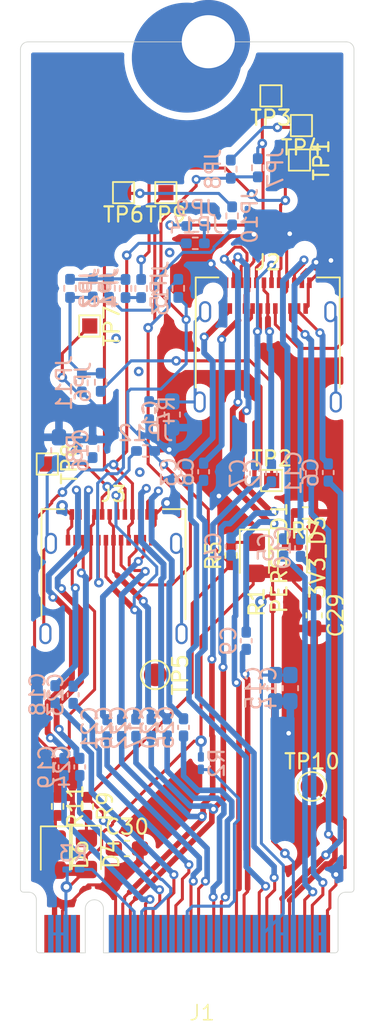
<source format=kicad_pcb>
(kicad_pcb (version 20221018) (generator pcbnew)
  (layers (0 "F.Cu" signal) (1 "In1.Cu" signal) (2 "In2.Cu" signal) (31 "B.Cu" signal) (34 "B.Paste" user) (35 "F.Paste" user) (36 "B.SilkS" user "B.Silkscreen") (37 "F.SilkS" user "F.Silkscreen") (38 "B.Mask" user) (39 "F.Mask" user) (44 "Edge.Cuts" user))
  (net 0 "")
  (net 1 "/CLKREQ_N")
  (net 2 "/VBUS_H")
  (net 3 "GND")
  (net 4 "+3V3")
  (net 5 "/PERST_N")
  (net 6 "/REFCLK_N")
  (net 7 "/REFCLK_P")
  (net 8 "/PER0_N")
  (net 9 "/PER0_P")
  (net 10 "/PET0_N")
  (net 11 "/PET0_P")
  (net 12 "/USB-C-Lane1-2/TX1_P")
  (net 13 "/USB-C-Lane1-2/TX1_N")
  (net 14 "/USB-C-Lane1-2/VBUS")
  (net 15 "/USB-C-Lane1-2/CC1")
  (net 16 "/USB-C-Lane1-2/D_P")
  (net 17 "/USB-C-Lane1-2/D_N")
  (net 18 "/USB-C-Lane1-2/SBU1")
  (net 19 "/USB-C-Lane1-2/RX2_P")
  (net 20 "/USB-C-Lane1-2/RX2_N")
  (net 21 "/USB-C-Lane1-2/TX2_P")
  (net 22 "/USB-C-Lane1-2/TX2_N")
  (net 23 "/USB-C-Lane1-2/CC2")
  (net 24 "/USB-C-Lane1-2/SBU2")
  (net 25 "/USB-C-Lane1-2/RX1_N")
  (net 26 "/USB-C-Lane1-2/RX1_P")
  (net 27 "Net-(J3-SHIELD)")
  (net 28 "/PRSNT_SEL")
  (net 29 "/USB-C-Lane1-2/PRSNT2_N")
  (net 30 "/PRSNT1")
  (net 31 "/PER2_P")
  (net 32 "/PET2_P")
  (net 33 "/PER3_P")
  (net 34 "/PET3_P")
  (net 35 "/PER2_N")
  (net 36 "/PET2_N")
  (net 37 "/PER3_N")
  (net 38 "/PET3_N")
  (net 39 "/USB-C-Lane1-3/D_P")
  (net 40 "/USB-C-Lane1-3/RX1_P")
  (net 41 "/USB-C-Lane1-3/TX1_P")
  (net 42 "/USB-C-Lane1-3/RX2_P")
  (net 43 "/PER1_P")
  (net 44 "/USB-C-Lane1-3/TX2_P")
  (net 45 "/PET1_P")
  (net 46 "/USB-C-Lane1-3/D_N")
  (net 47 "/USB-C-Lane1-3/RX1_N")
  (net 48 "/USB-C-Lane1-3/TX1_N")
  (net 49 "/USB-C-Lane1-3/RX2_N")
  (net 50 "/PER1_N")
  (net 51 "/USB-C-Lane1-3/TX2_N")
  (net 52 "/PET1_N")
  (net 53 "/USB-C-Lane1-3/VBUS")
  (net 54 "/USB-C-Lane1-3/CC1")
  (net 55 "/USB-C-Lane1-3/SBU1")
  (net 56 "/USB-C-Lane1-3/CC2")
  (net 57 "/USB-C-Lane1-3/SBU2")
  (net 58 "/USB-C-Lane1-3/PRSNT2_N")
  (net 59 "Net-(3V3_D3-K)")
  (net 60 "Net-(PERST_D1-K)")
  (net 61 "Net-(D4-K)")
  (net 62 "Net-(D6-K)")
  (net 63 "Net-(J2-SHIELD)")
  (net 64 "Net-(J1-DAS{slash}~{DSS})")
  (net 65 "Net-(J1-DEVSLP)")
  (net 82 "/WAKE_N")
  (footprint "M.2-Templates:M.2-M-KEY" (layer "F.Cu") (at 121.14 103.62)
    (fp_text reference "J1")
    (fp_text value "~")
    (fp_line (start -11.681421 -59.5) (end -11.681421 -4.141421) (stroke (width 0.05)) (layer "Edge.Cuts"))
    (fp_line (start -11.481421 -3.941421) (end -11.131421 -3.941421) (stroke (width 0.05)) (layer "Edge.Cuts"))
    (fp_line (start -10.631421 -3.441421) (end -10.631421 -0.141421) (stroke (width 0.05)) (layer "Edge.Cuts"))
    (fp_line (start -7.406421 -2.841421) (end -7.406421 0.058579) (stroke (width 0.05)) (layer "Edge.Cuts"))
    (fp_line (start -7.406421 0.058579) (end -10.431421 0.058579) (stroke (width 0.05)) (layer "Edge.Cuts"))
    (fp_line (start -6.206421 -2.841421) (end -6.206421 0.058579) (stroke (width 0.05)) (layer "Edge.Cuts"))
    (fp_line (start -6.206421 0.058579) (end 4.318579 0.058579) (stroke (width 0.05)) (layer "Edge.Cuts"))
    (fp_line (start 4.318579 0.058579) (end 9.068579 0.058579) (stroke (width 0.05)) (layer "Edge.Cuts"))
    (fp_line (start 9.268579 -0.141421) (end 9.268579 -3.441421) (stroke (width 0.05)) (layer "Edge.Cuts"))
    (fp_line (start 9.768579 -3.941421) (end 10.118579 -3.941421) (stroke (width 0.05)) (layer "Edge.Cuts"))
    (fp_line (start 9.818579 -60) (end -11.181421 -60) (stroke (width 0.05)) (layer "Edge.Cuts"))
    (fp_line (start 10.318579 -4.141421) (end 10.318579 -59.5) (stroke (width 0.05)) (layer "Edge.Cuts"))
    (fp_arc (start -11.681421 -59.5) (mid -11.534974 -59.853553) (end -11.181421 -60) (stroke (width 0.05)) (layer "Edge.Cuts"))
    (fp_arc (start -11.481421 -3.941421) (mid -11.622842 -4) (end -11.681421 -4.141421) (stroke (width 0.05)) (layer "Edge.Cuts"))
    (fp_arc (start -11.131421 -3.941421) (mid -10.777868 -3.794974) (end -10.631421 -3.441421) (stroke (width 0.05)) (layer "Edge.Cuts"))
    (fp_arc (start -10.431421 0.058579) (mid -10.572842 0) (end -10.631421 -0.141421) (stroke (width 0.05)) (layer "Edge.Cuts"))
    (fp_arc (start -7.406421 -2.841421) (mid -7.230685 -3.265685) (end -6.806421 -3.441421) (stroke (width 0.05)) (layer "Edge.Cuts"))
    (fp_arc (start -6.806421 -3.441421) (mid -6.382157 -3.265685) (end -6.206421 -2.841421) (stroke (width 0.05)) (layer "Edge.Cuts"))
    (fp_arc (start 9.268579 -3.441421) (mid 9.415032 -3.794968) (end 9.768579 -3.941421) (stroke (width 0.05)) (layer "Edge.Cuts"))
    (fp_arc (start 9.268579 -0.141421) (mid 9.210007 0.000007) (end 9.068579 0.058579) (stroke (width 0.05)) (layer "Edge.Cuts"))
    (fp_arc (start 9.818579 -60) (mid 10.172146 -59.853561) (end 10.318579 -59.5) (stroke (width 0.05)) (layer "Edge.Cuts"))
    (fp_arc (start 10.318579 -4.141421) (mid 10.260007 -3.999993) (end 10.118579 -3.941421) (stroke (width 0.05)) (layer "Edge.Cuts"))
  )
  (footprint "Resistor_SMD:R_0402_1005Metric_Pad0.72x0.64mm_HandSolder" (layer "F.Cu") (at 123.35 77.49 90)
    (fp_text reference "R5")
    (fp_text value "2.2k")
  )
  (footprint "TestPoint:TestPoint_Pad_D1.5mm" (layer "F.Cu") (at 118.35 85.35 -90)
    (fp_text reference "TP5")
    (fp_text value "TPTP38X20")
  )
  (footprint "TestPoint:TestPoint_Pad_1.0x1.0mm" (layer "F.Cu") (at 119.05 53.56 180)
    (fp_text reference "TP9")
    (fp_text value "TestPoint")
  )
  (footprint "TestPoint:TestPoint_Pad_1.0x1.0mm" (layer "F.Cu") (at 125.98 47.18 180)
    (fp_text reference "TP3")
    (fp_text value "TestPoint")
  )
  (footprint "Capacitor_SMD:C_0603_1608Metric_Pad1.08x0.95mm_HandSolder" (layer "F.Cu") (at 128.83 81.43 -90)
    (fp_text reference "C29")
    (fp_text value "1u")
  )
  (footprint "TestPoint:TestPoint_Pad_1.0x1.0mm" (layer "F.Cu") (at 116.26 53.56 180)
    (fp_text reference "TP6")
    (fp_text value "TestPoint")
  )
  (footprint "TestPoint:TestPoint_Pad_1.0x1.0mm" (layer "F.Cu") (at 127.99 49.14 180)
    (fp_text reference "TP4")
    (fp_text value "TestPoint")
  )
  (footprint "Resistor_SMD:R_0402_1005Metric_Pad0.72x0.64mm_HandSolder" (layer "F.Cu") (at 113.87 94.02 -90)
    (fp_text reference "R9")
    (fp_text value "2.2k")
  )
  (footprint "LED_SMD:LED_0805_2012Metric_Pad1.15x1.40mm_HandSolder" (layer "F.Cu") (at 124.89 77.6325 -90)
    (fp_text reference "PERST_D1")
    (fp_text value "LED")
  )
  (footprint "TestPoint:TestPoint_Pad_D1.5mm" (layer "F.Cu") (at 128.69 92.71)
    (fp_text reference "TP10")
    (fp_text value "TPTP38X20")
  )
  (footprint "Capacitor_SMD:C_0603_1608Metric_Pad1.08x0.95mm_HandSolder" (layer "F.Cu") (at 116.48 96.8)
    (fp_text reference "C30")
    (fp_text value "100n")
  )
  (footprint "Connector_USB:USB_C_Receptacle_Amphenol_12401610E4-2A" (layer "F.Cu") (at 125.77 64.52)
    (fp_text reference "J2")
    (fp_text value "USB_C_Receptacle")
  )
  (footprint "TestPoint:TestPoint_Pad_1.0x1.0mm" (layer "F.Cu") (at 114.03 62.35 -90)
    (fp_text reference "TP7")
    (fp_text value "TestPoint")
  )
  (footprint "LED_SMD:LED_0805_2012Metric_Pad1.15x1.40mm_HandSolder" (layer "F.Cu") (at 127.4 77.6 -90)
    (fp_text reference "3V3_D3")
    (fp_text value "LED")
  )
  (footprint "Resistor_SMD:R_0402_1005Metric_Pad0.72x0.64mm_HandSolder" (layer "F.Cu") (at 111.91 94.0225 -90)
    (fp_text reference "R11")
    (fp_text value "2.2k")
  )
  (footprint "LED_SMD:LED_0805_2012Metric_Pad1.15x1.40mm_HandSolder" (layer "F.Cu") (at 111.76 97.2 -90)
    (fp_text reference "D6")
    (fp_text value "LED")
  )
  (footprint "Resistor_SMD:R_0201_0603Metric_Pad0.64x0.40mm_HandSolder" (layer "F.Cu") (at 126.09 80.55 90)
    (fp_text reference "R1")
    (fp_text value "10k")
  )
  (footprint "Connector_USB:USB_C_Receptacle_Amphenol_12401610E4-2A" (layer "F.Cu") (at 115.596 79.7945)
    (fp_text reference "J3")
    (fp_text value "USB_C_Receptacle")
  )
  (footprint "LED_SMD:LED_0805_2012Metric_Pad1.15x1.40mm_HandSolder" (layer "F.Cu") (at 113.81 97.16 -90)
    (fp_text reference "D4")
    (fp_text value "LED")
  )
  (footprint "TestPoint:TestPoint_Pad_1.0x1.0mm" (layer "F.Cu") (at 111.23 71.45 -90)
    (fp_text reference "TP8")
    (fp_text value "TestPoint")
  )
  (footprint "TestPoint:TestPoint_Pad_1.0x1.0mm" (layer "F.Cu") (at 127.86 51.41 -90)
    (fp_text reference "TP1")
    (fp_text value "TestPoint")
  )
  (footprint "TestPoint:TestPoint_Pad_1.0x1.0mm" (layer "F.Cu") (at 126.03 72.54)
    (fp_text reference "TP2")
    (fp_text value "TestPoint")
  )
  (footprint "Resistor_SMD:R_0402_1005Metric_Pad0.72x0.64mm_HandSolder" (layer "F.Cu") (at 128.25 74.68 180)
    (fp_text reference "R7")
    (fp_text value "2.2k")
  )
  (footprint "Resistor_SMD:R_0402_1005Metric_Pad0.72x0.64mm_HandSolder" (layer "B.Cu") (at 121.03 55.76 180)
    (fp_text reference "JP9")
    (fp_text value "0")
  )
  (footprint "Capacitor_SMD:C_0603_1608Metric_Pad1.08x0.95mm_HandSolder" (layer "B.Cu") (at 112 70.55 90)
    (fp_text reference "C16")
    (fp_text value "100n")
  )
  (footprint "Capacitor_SMD:C_0402_1005Metric_Pad0.74x0.62mm_HandSolder" (layer "B.Cu") (at 126.01 72.06 -90)
    (fp_text reference "C2")
    (fp_text value "100n")
  )
  (footprint "Capacitor_SMD:C_0402_1005Metric_Pad0.74x0.62mm_HandSolder" (layer "B.Cu") (at 119.136 88.8145 -90)
    (fp_text reference "C20")
    (fp_text value "100n")
  )
  (footprint "Capacitor_SMD:C_0402_1005Metric_Pad0.74x0.62mm_HandSolder" (layer "B.Cu") (at 115.176 88.8745 -90)
    (fp_text reference "C21")
    (fp_text value "100n")
  )
  (footprint "Resistor_SMD:R_0402_1005Metric_Pad0.72x0.64mm_HandSolder" (layer "B.Cu") (at 120.99 56.9 180)
    (fp_text reference "JP14")
    (fp_text value "0")
  )
  (footprint "Capacitor_SMD:C_0402_1005Metric_Pad0.74x0.62mm_HandSolder" (layer "B.Cu") (at 117.076 88.8345 -90)
    (fp_text reference "C22")
    (fp_text value "100n")
  )
  (footprint "Resistor_SMD:R_0402_1005Metric_Pad0.72x0.64mm_HandSolder" (layer "B.Cu") (at 125.11 51.9225 90)
    (fp_text reference "JP7")
    (fp_text value "0")
  )
  (footprint "Resistor_SMD:R_0402_1005Metric_Pad0.72x0.64mm_HandSolder" (layer "B.Cu") (at 116.39 59.88 -90)
    (fp_text reference "JP1")
    (fp_text value "0")
  )
  (footprint "Resistor_SMD:R_0201_0603Metric_Pad0.64x0.40mm_HandSolder" (layer "B.Cu") (at 121.36 91.17 90)
    (fp_text reference "R2")
    (fp_text value "10k")
  )
  (footprint "Capacitor_SMD:C_0402_1005Metric_Pad0.74x0.62mm_HandSolder" (layer "B.Cu") (at 111.746 86.6345 -90)
    (fp_text reference "C18")
    (fp_text value "100n")
  )
  (footprint "Capacitor_SMD:C_0402_1005Metric_Pad0.74x0.62mm_HandSolder" (layer "B.Cu") (at 112.936 86.667 -90)
    (fp_text reference "C23")
    (fp_text value "100n")
  )
  (footprint "Resistor_SMD:R_0402_1005Metric_Pad0.72x0.64mm_HandSolder" (layer "B.Cu") (at 113.51 66.1 -90)
    (fp_text reference "JP11")
    (fp_text value "0")
  )
  (footprint "Resistor_SMD:R_0402_1005Metric_Pad0.72x0.64mm_HandSolder" (layer "B.Cu") (at 114.22 70.43 -90)
    (fp_text reference "R8")
    (fp_text value "100k")
  )
  (footprint "Capacitor_SMD:C_0402_1005Metric_Pad0.74x0.62mm_HandSolder" (layer "B.Cu") (at 113.37 91.4225 -90)
    (fp_text reference "C24")
    (fp_text value "100n")
  )
  (footprint "Resistor_SMD:R_0402_1005Metric_Pad0.72x0.64mm_HandSolder" (layer "B.Cu") (at 117.42 59.88 90)
    (fp_text reference "JP5")
    (fp_text value "0")
  )
  (footprint "Resistor_SMD:R_0402_1005Metric_Pad0.72x0.64mm_HandSolder" (layer "B.Cu") (at 123.332 52.012 -90)
    (fp_text reference "JP8")
    (fp_text value "0")
  )
  (footprint "Capacitor_SMD:C_0603_1608Metric_Pad1.08x0.95mm_HandSolder" (layer "B.Cu") (at 127.26 86.2275 -90)
    (fp_text reference "C14")
    (fp_text value "1u")
  )
  (footprint "Capacitor_SMD:C_0402_1005Metric_Pad0.74x0.62mm_HandSolder" (layer "B.Cu") (at 123.35 76.8925 -90)
    (fp_text reference "C4")
    (fp_text value "100n")
  )
  (footprint "Capacitor_SMD:C_0402_1005Metric_Pad0.74x0.62mm_HandSolder" (layer "B.Cu") (at 120.43 71.99 -90)
    (fp_text reference "C3")
    (fp_text value "100n")
  )
  (footprint "Capacitor_SMD:C_0603_1608Metric_Pad1.08x0.95mm_HandSolder" (layer "B.Cu") (at 126.26 86.2275 -90)
    (fp_text reference "C15")
    (fp_text value "100n")
  )
  (footprint "Capacitor_SMD:C_0402_1005Metric_Pad0.74x0.62mm_HandSolder" (layer "B.Cu") (at 129.76 72.01 -90)
    (fp_text reference "C6")
    (fp_text value "100n")
  )
  (footprint "Capacitor_SMD:C_0402_1005Metric_Pad0.74x0.62mm_HandSolder" (layer "B.Cu") (at 120.216 88.8145 -90)
    (fp_text reference "C25")
    (fp_text value "100n")
  )
  (footprint "Capacitor_SMD:C_0402_1005Metric_Pad0.74x0.62mm_HandSolder" (layer "B.Cu") (at 126.82 76.9525 -90)
    (fp_text reference "C5")
    (fp_text value "100n")
  )
  (footprint "Resistor_SMD:R_0402_1005Metric_Pad0.72x0.64mm_HandSolder" (layer "B.Cu") (at 115.3 59.86 -90)
    (fp_text reference "JP3")
    (fp_text value "0")
  )
  (footprint "Resistor_SMD:R_0402_1005Metric_Pad0.72x0.64mm_HandSolder" (layer "B.Cu") (at 117.71 70.59 180)
    (fp_text reference "JP12")
    (fp_text value "0")
  )
  (footprint "Capacitor_SMD:C_0402_1005Metric_Pad0.74x0.62mm_HandSolder" (layer "B.Cu") (at 116.136 88.8545 -90)
    (fp_text reference "C26")
    (fp_text value "100n")
  )
  (footprint "Resistor_SMD:R_0402_1005Metric_Pad0.72x0.64mm_HandSolder" (layer "B.Cu") (at 119.87 59.87 -90)
    (fp_text reference "JP13")
    (fp_text value "0")
  )
  (footprint "Resistor_SMD:R_0402_1005Metric_Pad0.72x0.64mm_HandSolder" (layer "B.Cu") (at 117.95 67.93 90)
    (fp_text reference "R4")
    (fp_text value "100k")
  )
  (footprint "Capacitor_SMD:C_0402_1005Metric_Pad0.74x0.62mm_HandSolder" (layer "B.Cu") (at 124.97 72.06 -90)
    (fp_text reference "C7")
    (fp_text value "100n")
  )
  (footprint "Capacitor_SMD:C_0402_1005Metric_Pad0.74x0.62mm_HandSolder" (layer "B.Cu") (at 121.54 71.96 -90)
    (fp_text reference "C8")
    (fp_text value "100n")
  )
  (footprint "Resistor_SMD:R_0402_1005Metric_Pad0.72x0.64mm_HandSolder" (layer "B.Cu") (at 112.73 59.87 90)
    (fp_text reference "JP2")
    (fp_text value "0")
  )
  (footprint "Capacitor_SMD:C_0402_1005Metric_Pad0.74x0.62mm_HandSolder" (layer "B.Cu") (at 118.086 88.8345 -90)
    (fp_text reference "C17")
    (fp_text value "100n")
  )
  (footprint "Capacitor_SMD:C_0402_1005Metric_Pad0.74x0.62mm_HandSolder" (layer "B.Cu") (at 128.64 72.03 -90)
    (fp_text reference "C11")
    (fp_text value "100n")
  )
  (footprint "Capacitor_SMD:C_0402_1005Metric_Pad0.74x0.62mm_HandSolder" (layer "B.Cu") (at 124.35 83.1 -90)
    (fp_text reference "C9")
    (fp_text value "100n")
  )
  (footprint "Capacitor_SMD:C_0402_1005Metric_Pad0.74x0.62mm_HandSolder" (layer "B.Cu") (at 127.93 76.9725 -90)
    (fp_text reference "C10")
    (fp_text value "100n")
  )
  (footprint "Resistor_SMD:R_0402_1005Metric_Pad0.72x0.64mm_HandSolder" (layer "B.Cu") (at 114.23 59.8425 90)
    (fp_text reference "JP4")
    (fp_text value "0")
  )
  (footprint "Resistor_SMD:R_0402_1005Metric_Pad0.72x0.64mm_HandSolder" (layer "B.Cu") (at 123.422 55.0925 90)
    (fp_text reference "JP10")
    (fp_text value "0")
  )
  (footprint "Resistor_SMD:R_0402_1005Metric_Pad0.72x0.64mm_HandSolder" (layer "B.Cu") (at 114.75 66.06 -90)
    (fp_text reference "JP6")
    (fp_text value "0")
  )
  (footprint "Capacitor_SMD:C_0402_1005Metric_Pad0.74x0.62mm_HandSolder" (layer "B.Cu") (at 112.336 91.427 -90)
    (fp_text reference "C19")
    (fp_text value "100n")
  )
  (footprint "Capacitor_SMD:C_0603_1608Metric_Pad1.08x0.95mm_HandSolder" (layer "B.Cu") (at 119.47 68.19 -90)
    (fp_text reference "C1")
    (fp_text value "100n")
  )
  (footprint "Resistor_SMD:R_0201_0603Metric_Pad0.64x0.40mm_HandSolder" (layer "B.Cu") (at 112.95 98.18 180)
    (fp_text reference "R3")
    (fp_text value "10k")
  )
  (via (at 115.77 63.17) (size 0.635) (drill 0.3048) (layers "F.Cu" "B.Cu") (net 0))
  (via (at 117.33 71.99) (size 0.635) (drill 0.3048) (layers "F.Cu" "B.Cu") (net 0))
  (via (at 117.26 65.35) (size 0.635) (drill 0.3048) (layers "F.Cu" "B.Cu") (net 0))
  (via (at 119.3 57.51) (size 0.635) (drill 0.3048) (layers "F.Cu" "B.Cu") (net 0))
  (segment (start 116.958579 100.947979) (end 116.958579 102.428579) (width 0.2) (layer "B.Cu") (net 1))
  (segment (start 114.1906 98.18) (end 116.958579 100.947979) (width 0.2) (layer "B.Cu") (net 1))
  (segment (start 113.3575 98.18) (end 114.1906 98.18) (width 0.2) (layer "B.Cu") (net 1))
  (segment (start 121.5875 55.8) (end 121.6275 55.76) (width 0.2) (layer "B.Cu") (net 2))
  (segment (start 121.5875 56.9) (end 121.5875 55.8) (width 0.2) (layer "B.Cu") (net 2))
  (segment (start 112.846 74.7745) (end 112.846 75.565) (width 0.2) (layer "F.Cu") (net 3))
  (segment (start 118.096 76.4745) (end 118.096 75.715) (width 0.2) (layer "F.Cu") (net 3))
  (segment (start 123.02 59.5) (end 123.02 59.26) (width 0.2) (layer "F.Cu") (net 3))
  (segment (start 112.846 74.7745) (end 112.7745 74.7745) (width 0.2) (layer "F.Cu") (net 3))
  (segment (start 117.3425 96.8) (end 117.3425 97.4175) (width 0.2) (layer "F.Cu") (net 3))
  (segment (start 118.346 74.7745) (end 118.3655 74.7745) (width 0.2) (layer "F.Cu") (net 3))
  (segment (start 129.87 100.72) (end 129.708579 100.881421) (width 0.2) (layer "F.Cu") (net 3))
  (segment (start 115.733579 99.373579) (end 115.733579 102.425379) (width 0.2) (layer "F.Cu") (net 3))
  (segment (start 115.733579 102.425379) (end 115.730379 102.428579) (width 0.2) (layer "F.Cu") (net 3))
  (segment (start 128.44 61.03) (end 128.27 61.2) (width 0.2) (layer "F.Cu") (net 3))
  (segment (start 130.88 94.9) (end 130.88 98.06) (width 0.2) (layer "F.Cu") (net 3))
  (segment (start 128.52 59.45) (end 129.94 58.03) (width 0.2) (layer "F.Cu") (net 3))
  (segment (start 128.69 92.71) (end 130.88 94.9) (width 0.2) (layer "F.Cu") (net 3))
  (segment (start 130.88 98.06) (end 130.72 98.06) (width 0.2) (layer "F.Cu") (net 3))
  (segment (start 130.27 99.21) (end 130.08 99.4) (width 0.2) (layer "F.Cu") (net 3))
  (segment (start 128.52 59.5) (end 128.44 59.58) (width 0.2) (layer "F.Cu") (net 3))
  (segment (start 128.69 90.74) (end 127.15 89.2) (width 0.2) (layer "F.Cu") (net 3))
  (segment (start 112.846 75.565) (end 112.596 75.815) (width 0.2) (layer "F.Cu") (net 3))
  (segment (start 129.87 99.61) (end 129.87 100.72) (width 0.2) (layer "F.Cu") (net 3))
  (segment (start 118.3655 74.7745) (end 119.12 74.02) (width 0.2) (layer "F.Cu") (net 3))
  (segment (start 130.72 98.06) (end 130.27 98.51) (width 0.2) (layer "F.Cu") (net 3))
  (segment (start 130.27 98.51) (end 130.27 99.21) (width 0.2) (layer "F.Cu") (net 3))
  (segment (start 115.56 99.2) (end 115.733579 99.373579) (width 0.2) (layer "F.Cu") (net 3))
  (segment (start 112.230379 102.406779) (end 112.230379 100.898449) (width 0.2) (layer "F.Cu") (net 3))
  (segment (start 123.02 60.406016) (end 123.02 59.5) (width 0.2) (layer "F.Cu") (net 3))
  (segment (start 117.3425 97.4175) (end 115.56 99.2) (width 0.2) (layer "F.Cu") (net 3))
  (segment (start 118.346 75.465) (end 118.346 74.7745) (width 0.2) (layer "F.Cu") (net 3))
  (segment (start 118.096 75.715) (end 118.346 75.465) (width 0.2) (layer "F.Cu") (net 3))
  (segment (start 128.69 92.71) (end 128.69 90.74) (width 0.2) (layer "F.Cu") (net 3))
  (segment (start 128.52 59.5) (end 128.52 59.45) (width 0.2) (layer "F.Cu") (net 3))
  (segment (start 130.08 99.4) (end 129.87 99.61) (width 0.2) (layer "F.Cu") (net 3))
  (segment (start 129.708579 100.881421) (end 129.708579 102.428579) (width 0.2) (layer "F.Cu") (net 3))
  (segment (start 128.44 59.58) (end 128.44 61.03) (width 0.2) (layer "F.Cu") (net 3))
  (segment (start 122.77 60.656016) (end 123.02 60.406016) (width 0.2) (layer "F.Cu") (net 3))
  (segment (start 112.7745 74.7745) (end 112.21 74.21) (width 0.2) (layer "F.Cu") (net 3))
  (segment (start 112.596 75.815) (end 112.596 76.4745) (width 0.2) (layer "F.Cu") (net 3))
  (segment (start 113.928828 99.2) (end 115.56 99.2) (width 0.2) (layer "F.Cu") (net 3))
  (segment (start 112.208579 102.428579) (end 112.230379 102.406779) (width 0.2) (layer "F.Cu") (net 3))
  (segment (start 129.208579 102.428579) (end 129.608579 102.428579) (width 0.2) (layer "F.Cu") (net 3))
  (segment (start 123.02 59.26) (end 122.02 58.26) (width 0.2) (layer "F.Cu") (net 3))
  (segment (start 112.230379 100.898449) (end 113.928828 99.2) (width 0.2) (layer "F.Cu") (net 3))
  (segment (start 122.77 61.2) (end 122.77 60.656016) (width 0.2) (layer "F.Cu") (net 3))
  (via (at 130.27 98.51) (size 0.635) (drill 0.3048) (layers "F.Cu" "B.Cu") (net 3))
  (via (at 127.15 89.2) (size 0.635) (drill 0.3048) (layers "F.Cu" "B.Cu") (net 3))
  (via (at 119.12 74.02) (size 0.762) (drill 0.381) (layers "F.Cu" "B.Cu") (net 3))
  (via (at 112.21 74.21) (size 0.762) (drill 0.381) (layers "F.Cu" "B.Cu") (net 3))
  (via (at 122.02 58.26) (size 0.635) (drill 0.3048) (layers "F.Cu" "B.Cu") (net 3))
  (via (at 119.27 70.5) (size 0.635) (drill 0.3048) (layers "F.Cu" "B.Cu") (net 3))
  (via (at 129.94 58.03) (size 0.635) (drill 0.3048) (layers "F.Cu" "B.Cu") (net 3))
  (via (at 122.55 73.56) (size 0.635) (drill 0.3048) (layers "F.Cu" "B.Cu") (net 3))
  (segment (start 114.8132 95.8268) (end 115.078327 95.561673) (width 0.2) (layer "F.Cu") (net 4))
  (segment (start 124.89 78.585) (end 124.81 78.665) (width 0.762) (layer "F.Cu") (net 4))
  (segment (start 120.92 89.72) (end 121.37 89.72) (width 0.2) (layer "F.Cu") (net 4))
  (segment (start 115.178327 95.561673) (end 115.531673 95.208327) (width 0.2) (layer "F.Cu") (net 4))
  (segment (start 121.37 89.72) (end 121.37 82.83021) (width 0.2) (layer "F.Cu") (net 4))
  (segment (start 113.81 97.28) (end 114.0768 97.0132) (width 0.2) (layer "F.Cu") (net 4))
  (segment (start 115.531673 95.108327) (end 120.92 89.72) (width 0.2) (layer "F.Cu") (net 4))
  (segment (start 113.77 98.225) (end 113.81 98.185) (width 0.762) (layer "F.Cu") (net 4))
  (segment (start 115.078327 95.561673) (end 115.178327 95.561673) (width 0.2) (layer "F.Cu") (net 4))
  (segment (start 127.47 79.2075) (end 127.47 78.585) (width 0.2) (layer "F.Cu") (net 4))
  (segment (start 111.76 98.225) (end 113.77 98.225) (width 0.762) (layer "F.Cu") (net 4))
  (segment (start 113.81 98.185) (end 112.665 99.33) (width 0.2) (layer "F.Cu") (net 4))
  (segment (start 124.81 79.39021) (end 124.81 78.665) (width 0.2) (layer "F.Cu") (net 4))
  (segment (start 128.83 80.5675) (end 127.47 79.2075) (width 0.2) (layer "F.Cu") (net 4))
  (segment (start 112.665 99.33) (end 112.49 99.33) (width 0.2) (layer "F.Cu") (net 4))
  (segment (start 126.09 80.1425) (end 126.09 78.635) (width 0.2) (layer "F.Cu") (net 4))
  (segment (start 125.7175 80.1425) (end 125.32 80.54) (width 0.2) (layer "F.Cu") (net 4))
  (segment (start 121.37 82.83021) (end 124.81 79.39021) (width 0.2) (layer "F.Cu") (net 4))
  (segment (start 115.531673 95.208327) (end 115.531673 95.108327) (width 0.2) (layer "F.Cu") (net 4))
  (segment (start 126.09 80.1425) (end 125.7175 80.1425) (width 0.2) (layer "F.Cu") (net 4))
  (segment (start 126.14 78.585) (end 124.89 78.585) (width 0.762) (layer "F.Cu") (net 4))
  (segment (start 114.0768 97.0132) (end 114.489143 97.0132) (width 0.2) (layer "F.Cu") (net 4))
  (segment (start 126.09 78.635) (end 126.14 78.585) (width 0.2) (layer "F.Cu") (net 4))
  (segment (start 127.47 78.585) (end 126.14 78.585) (width 0.762) (layer "F.Cu") (net 4))
  (segment (start 121.36 89.73) (end 121.37 89.72) (width 0.2) (layer "F.Cu") (net 4))
  (segment (start 113.81 98.185) (end 113.81 97.28) (width 0.2) (layer "F.Cu") (net 4))
  (segment (start 114.8132 96.689143) (end 114.8132 95.8268) (width 0.2) (layer "F.Cu") (net 4))
  (segment (start 114.489143 97.0132) (end 114.8132 96.689143) (width 0.2) (layer "F.Cu") (net 4))
  (via (at 121.37 89.72) (size 0.762) (drill 0.381) (layers "F.Cu" "B.Cu") (net 4))
  (via (at 112.49 99.33) (size 0.762) (drill 0.381) (layers "F.Cu" "B.Cu") (net 4))
  (via (at 125.32 80.54) (size 0.762) (drill 0.381) (layers "F.Cu" "B.Cu") (net 4))
  (segment (start 125.349402 96.461357) (end 125.349402 85.33) (width 0.2) (layer "B.Cu") (net 4))
  (segment (start 125.384402 85.365) (end 125.349402 85.33) (width 0.2) (layer "B.Cu") (net 4))
  (segment (start 126.796043 97.907998) (end 125.349402 96.461357) (width 0.2) (layer "B.Cu") (net 4))
  (segment (start 111.458579 102.428579) (end 112.458579 102.428579) (width 0.2) (layer "B.Cu") (net 4))
  (segment (start 121.36 89.73) (end 121.37 89.72) (width 0.2) (layer "B.Cu") (net 4))
  (segment (start 126.796043 101.091115) (end 126.796043 97.907998) (width 0.2) (layer "B.Cu") (net 4))
  (segment (start 127.26 85.365) (end 126.26 85.365) (width 0.2) (layer "B.Cu") (net 4))
  (segment (start 125.349402 80.569402) (end 125.32 80.54) (width 0.2) (layer "B.Cu") (net 4))
  (segment (start 112.458579 102.428579) (end 112.458579 99.361421) (width 0.2) (layer "B.Cu") (net 4))
  (segment (start 126.26 85.365) (end 125.384402 85.365) (width 0.2) (layer "B.Cu") (net 4))
  (segment (start 112.458579 99.361421) (end 112.49 99.33) (width 0.2) (layer "B.Cu") (net 4))
  (segment (start 125.349402 85.33) (end 125.349402 80.569402) (width 0.2) (layer "B.Cu") (net 4))
  (segment (start 112.5425 99.2775) (end 112.49 99.33) (width 0.2) (layer "B.Cu") (net 4))
  (segment (start 126.958579 102.428579) (end 126.458579 102.428579) (width 0.2) (layer "B.Cu") (net 4))
  (segment (start 129.458579 102.428579) (end 128.958579 102.428579) (width 0.2) (layer "B.Cu") (net 4))
  (segment (start 121.36 90.7625) (end 121.36 89.73) (width 0.2) (layer "B.Cu") (net 4))
  (segment (start 112.5425 98.18) (end 112.5425 99.2775) (width 0.2) (layer "B.Cu") (net 4))
  (segment (start 125.458579 102.428579) (end 126.796043 101.091115) (width 0.2) (layer "B.Cu") (net 4))
  (segment (start 113.87 93.4225) (end 114.928473 94.480973) (width 0.2) (layer "F.Cu") (net 5))
  (segment (start 121.05 53.128077) (end 118.7276 55.450477) (width 0.2) (layer "F.Cu") (net 5))
  (segment (start 121.85 74.43) (end 118.9 71.48) (width 0.2) (layer "F.Cu") (net 5))
  (segment (start 123.35 78.0875) (end 120.786 80.6515) (width 0.2) (layer "F.Cu") (net 5))
  (segment (start 114.928473 94.480973) (end 114.928473 94.958473) (width 0.2) (layer "F.Cu") (net 5))
  (segment (start 123.35 78.0875) (end 121.85 76.5875) (width 0.2) (layer "F.Cu") (net 5))
  (segment (start 120.786 80.6515) (end 120.786 86.5065) (width 0.2) (layer "F.Cu") (net 5))
  (segment (start 118.7276 60.2676) (end 120.39 61.93) (width 0.2) (layer "F.Cu") (net 5))
  (segment (start 121.85 76.5875) (end 121.85 74.43) (width 0.2) (layer "F.Cu") (net 5))
  (segment (start 118.7276 55.450477) (end 118.7276 60.2676) (width 0.2) (layer "F.Cu") (net 5))
  (segment (start 121.05 52.69) (end 121.05 53.128077) (width 0.2) (layer "F.Cu") (net 5))
  (segment (start 120.786 86.5065) (end 113.87 93.4225) (width 0.2) (layer "F.Cu") (net 5))
  (via (at 121.05 52.69) (size 0.6) (drill 0.3) (layers "F.Cu" "B.Cu") (net 5))
  (via (at 120.39 61.93) (size 0.6) (drill 0.3) (layers "F.Cu" "B.Cu") (net 5))
  (via (at 118.9 71.48) (size 0.6) (drill 0.3) (layers "F.Cu" "B.Cu") (net 5))
  (via (at 114.928473 94.958473) (size 0.6) (drill 0.3) (layers "F.Cu" "B.Cu") (net 5))
  (segment (start 114.928473 95.038473) (end 114.928473 94.958473) (width 0.2) (layer "B.Cu") (net 5))
  (segment (start 118.3075 70.59) (end 118.3075 70.8875) (width 0.2) (layer "B.Cu") (net 5))
  (segment (start 118.3075 70.59) (end 116.54 68.8225) (width 0.2) (layer "B.Cu") (net 5))
  (segment (start 120.39 60.9875) (end 119.87 60.4675) (width 0.2) (layer "B.Cu") (net 5))
  (segment (start 116.54 66.7) (end 116.7278 66.5122) (width 0.2) (layer "B.Cu") (net 5))
  (segment (start 116.54 68.8225) (end 116.54 66.7) (width 0.2) (layer "B.Cu") (net 5))
  (segment (start 118.719723 66.5122) (end 120.39 64.841923) (width 0.2) (layer "B.Cu") (net 5))
  (segment (start 118.3075 70.8875) (end 118.9 71.48) (width 0.2) (layer "B.Cu") (net 5))
  (segment (start 117.458579 102.428579) (end 117.458579 100.947979) (width 0.2) (layer "B.Cu") (net 5))
  (segment (start 121.1305 52.6095) (end 121.05 52.69) (width 0.2) (layer "B.Cu") (net 5))
  (segment (start 123.332 52.6095) (end 121.1305 52.6095) (width 0.2) (layer "B.Cu") (net 5))
  (segment (start 116.7278 66.5122) (end 118.719723 66.5122) (width 0.2) (layer "B.Cu") (net 5))
  (segment (start 123.4215 52.52) (end 123.332 52.6095) (width 0.2) (layer "B.Cu") (net 5))
  (segment (start 125.11 52.52) (end 123.4215 52.52) (width 0.2) (layer "B.Cu") (net 5))
  (segment (start 119.37 99.74) (end 119.37 99.411471) (width 0.2) (layer "B.Cu") (net 5))
  (segment (start 119.37 99.411471) (end 118.798529 98.84) (width 0.2) (layer "B.Cu") (net 5))
  (segment (start 118.359998 100.750002) (end 119.37 99.74) (width 0.2) (layer "B.Cu") (net 5))
  (segment (start 117.458579 100.947979) (end 117.656556 100.750002) (width 0.2) (layer "B.Cu") (net 5))
  (segment (start 117.656556 100.750002) (end 118.359998 100.750002) (width 0.2) (layer "B.Cu") (net 5))
  (segment (start 120.39 64.841923) (end 120.39 60.9875) (width 0.2) (layer "B.Cu") (net 5))
  (segment (start 118.798529 98.84) (end 118.73 98.84) (width 0.2) (layer "B.Cu") (net 5))
  (segment (start 118.73 98.84) (end 114.928473 95.038473) (width 0.2) (layer "B.Cu") (net 5))
  (segment (start 122.084 95.047638) (end 117.060819 100.070819) (width 0.368) (layer "F.Cu") (net 6))
  (segment (start 122.84 84.86) (end 122.82 84.84) (width 0.368) (layer "F.Cu") (net 6))
  (segment (start 122.84 93.55) (end 122.84 84.86) (width 0.368) (layer "F.Cu") (net 6))
  (segment (start 122.084 94.306) (end 122.084 95.047638) (width 0.368) (layer "F.Cu") (net 6))
  (segment (start 117.060819 100.109181) (end 117.060819 100.070819) (width 0.2) (layer "F.Cu") (net 6))
  (segment (start 122.19 94.2) (end 122.084 94.306) (width 0.368) (layer "F.Cu") (net 6))
  (segment (start 116.708579 102.428579) (end 116.708579 100.461421) (width 0.2) (layer "F.Cu") (net 6))
  (segment (start 122.19 94.2) (end 122.84 93.55) (width 0.368) (layer "F.Cu") (net 6))
  (segment (start 116.708579 100.461421) (end 117.060819 100.109181) (width 0.2) (layer "F.Cu") (net 6))
  (via (at 122.19 94.2) (size 0.635) (drill 0.3048) (layers "F.Cu" "B.Cu") (net 6))
  (via (at 122.82 84.84) (size 0.6) (drill 0.3) (layers "F.Cu" "B.Cu") (net 6))
  (segment (start 118.086 91.430996) (end 120.658604 94.0036) (width 0.368) (layer "B.Cu") (net 6))
  (segment (start 122.7 75.641638) (end 122.7 83.892677) (width 0.368) (layer "B.Cu") (net 6))
  (segment (start 126.01 72.649945) (end 123.275945 75.384) (width 0.368) (layer "B.Cu") (net 6))
  (segment (start 118.086 89.402) (end 118.086 91.430996) (width 0.368) (layer "B.Cu") (net 6))
  (segment (start 122.7 83.892677) (end 122.864 84.056677) (width 0.368) (layer "B.Cu") (net 6))
  (segment (start 122.864 84.796) (end 122.82 84.84) (width 0.368) (layer "B.Cu") (net 6))
  (segment (start 122.957638 75.384) (end 122.7 75.641638) (width 0.368) (layer "B.Cu") (net 6))
  (segment (start 123.275945 75.384) (end 122.957638 75.384) (width 0.368) (layer "B.Cu") (net 6))
  (segment (start 120.658604 94.0036) (end 121.9936 94.0036) (width 0.368) (layer "B.Cu") (net 6))
  (segment (start 126.01 72.6275) (end 126.01 72.649945) (width 0.368) (layer "B.Cu") (net 6))
  (segment (start 122.864 84.056677) (end 122.864 84.796) (width 0.368) (layer "B.Cu") (net 6))
  (segment (start 121.9936 94.0036) (end 122.19 94.2) (width 0.368) (layer "B.Cu") (net 6))
  (segment (start 116.332 100.33) (end 116.332 99.996362) (width 0.2) (layer "F.Cu") (net 7))
  (segment (start 122.1382 93.281083) (end 122.1382 89.401801) (width 0.368) (layer "F.Cu") (net 7))
  (segment (start 121.5636 94.5564) (end 121.5636 94.544317) (width 0.368) (layer "F.Cu") (net 7))
  (segment (start 121.516 94.812362) (end 116.659181 99.669181) (width 0.368) (layer "F.Cu") (net 7))
  (segment (start 116.208579 100.453421) (end 116.332 100.33) (width 0.2) (layer "F.Cu") (net 7))
  (segment (start 116.208579 102.428579) (end 116.208579 100.453421) (width 0.2) (layer "F.Cu") (net 7))
  (segment (start 121.43 94.69) (end 121.516 94.776) (width 0.368) (layer "F.Cu") (net 7))
  (segment (start 121.5636 94.544317) (end 121.5036 94.484317) (width 0.368) (layer "F.Cu") (net 7))
  (segment (start 121.516 94.776) (end 121.516 94.812362) (width 0.368) (layer "F.Cu") (net 7))
  (segment (start 121.5036 93.915683) (end 122.1382 93.281083) (width 0.368) (layer "F.Cu") (net 7))
  (segment (start 116.332 99.996362) (end 116.659181 99.669181) (width 0.2) (layer "F.Cu") (net 7))
  (segment (start 122.1382 89.401801) (end 122.09 89.353601) (width 0.368) (layer "F.Cu") (net 7))
  (segment (start 121.5036 94.484317) (end 121.5036 93.915683) (width 0.368) (layer "F.Cu") (net 7))
  (segment (start 122.09 89.353601) (end 122.09 84.31) (width 0.368) (layer "F.Cu") (net 7))
  (segment (start 121.43 94.69) (end 121.5636 94.5564) (width 0.368) (layer "F.Cu") (net 7))
  (via (at 121.43 94.69) (size 0.635) (drill 0.3048) (layers "F.Cu" "B.Cu") (net 7))
  (via (at 122.09 84.31) (size 0.6) (drill 0.3) (layers "F.Cu" "B.Cu") (net 7))
  (via (at 121.43 94.69) (size 0.635) (drill 0.3048) (layers "F.Cu" "B.Cu") (net 7))
  (segment (start 117.076 89.402) (end 117.076 91.156952) (width 0.368) (layer "B.Cu") (net 7))
  (segment (start 122.1544 84.2456) (end 122.09 84.31) (width 0.368) (layer "B.Cu") (net 7))
  (segment (start 117.076 91.156952) (end 120.609048 94.69) (width 0.368) (layer "B.Cu") (net 7))
  (segment (start 120.609048 94.69) (end 121.43 94.69) (width 0.368) (layer "B.Cu") (net 7))
  (segment (start 124.97 72.6275) (end 122.1544 75.4431) (width 0.368) (layer "B.Cu") (net 7))
  (segment (start 122.1544 75.4431) (end 122.1544 84.2456) (width 0.368) (layer "B.Cu") (net 7))
  (segment (start 119.708579 102.428579) (end 119.708579 100.561421) (width 0.2) (layer "F.Cu") (net 8))
  (segment (start 120.567843 98.380686) (end 120.567843 97.862157) (width 0.2) (layer "F.Cu") (net 8))
  (segment (start 120.14 100.13) (end 120.14 98.808529) (width 0.2) (layer "F.Cu") (net 8))
  (segment (start 120.14 98.808529) (end 120.567843 98.380686) (width 0.2) (layer "F.Cu") (net 8))
  (segment (start 119.708579 100.561421) (end 120.14 100.13) (width 0.2) (layer "F.Cu") (net 8))
  (via (at 120.567843 97.862157) (size 0.6) (drill 0.3) (layers "F.Cu" "B.Cu") (net 8))
  (segment (start 114.6556 90.2956) (end 114.6556 91.949914) (width 0.368) (layer "B.Cu") (net 8))
  (segment (start 114.6556 91.949914) (end 120.567843 97.862157) (width 0.368) (layer "B.Cu") (net 8))
  (segment (start 114.202052 88.500552) (end 114.202052 89.842052) (width 0.368) (layer "B.Cu") (net 8))
  (segment (start 114.202052 89.842052) (end 114.6556 90.2956) (width 0.368) (layer "B.Cu") (net 8))
  (segment (start 112.936 87.2345) (end 114.202052 88.500552) (width 0.368) (layer "B.Cu") (net 8))
  (segment (start 119.58 99.718529) (end 119.58 98.52) (width 0.2) (layer "F.Cu") (net 9))
  (segment (start 119.208579 102.428579) (end 119.208579 100.08995) (width 0.2) (layer "F.Cu") (net 9))
  (segment (start 119.208579 100.08995) (end 119.58 99.718529) (width 0.2) (layer "F.Cu") (net 9))
  (via (at 119.58 98.52) (size 0.6) (drill 0.3) (layers "F.Cu" "B.Cu") (net 9))
  (segment (start 113.681651 90.081651) (end 114.1352 90.5352) (width 0.368) (layer "B.Cu") (net 9))
  (segment (start 113.681651 89.137651) (end 113.681651 90.081651) (width 0.368) (layer "B.Cu") (net 9))
  (segment (start 111.746 87.202) (end 113.681651 89.137651) (width 0.368) (layer "B.Cu") (net 9))
  (segment (start 114.1352 90.5352) (end 114.1352 93.0752) (width 0.368) (layer "B.Cu") (net 9))
  (segment (start 114.1352 93.0752) (end 119.58 98.52) (width 0.368) (layer "B.Cu") (net 9))
  (segment (start 118.208579 100.79995) (end 118.65 100.358529) (width 0.2) (layer "F.Cu") (net 10))
  (segment (start 118.65 100.358529) (end 118.65 99.54) (width 0.2) (layer "F.Cu") (net 10))
  (segment (start 118.208579 102.428579) (end 118.208579 100.79995) (width 0.2) (layer "F.Cu") (net 10))
  (segment (start 118.65 99.54) (end 118.63 99.52) (width 0.2) (layer "F.Cu") (net 10))
  (via (at 118.63 99.52) (size 0.6) (drill 0.3) (layers "F.Cu" "B.Cu") (net 10))
  (segment (start 113.37 94.432677) (end 118.457323 99.52) (width 0.368) (layer "B.Cu") (net 10))
  (segment (start 118.457323 99.52) (end 118.63 99.52) (width 0.368) (layer "B.Cu") (net 10))
  (segment (start 113.37 91.99) (end 113.37 94.432677) (width 0.368) (layer "B.Cu") (net 10))
  (segment (start 117.708579 102.428579) (end 117.708579 100.441423) (width 0.2) (layer "F.Cu") (net 11))
  (segment (start 117.708579 100.441423) (end 118 100.150002) (width 0.2) (layer "F.Cu") (net 11))
  (via (at 118 100.150002) (size 0.6) (drill 0.3) (layers "F.Cu" "B.Cu") (net 11))
  (segment (start 112.336 91.9945) (end 112.336 94.996) (width 0.368) (layer "B.Cu") (net 11))
  (segment (start 112.336 94.996) (end 117.490002 100.150002) (width 0.368) (layer "B.Cu") (net 11))
  (segment (start 117.490002 100.150002) (end 118 100.150002) (width 0.368) (layer "B.Cu") (net 11))
  (segment (start 123.52 59.5) (end 123.52 58.08) (width 0.2) (layer "F.Cu") (net 12))
  (segment (start 126.18 74.58) (end 126.075001 74.684999) (width 0.39) (layer "F.Cu") (net 12))
  (segment (start 126.072193 74.684999) (end 124.055 72.667806) (width 0.39) (layer "F.Cu") (net 12))
  (segment (start 124.055 72.667806) (end 124.055 68.102194) (width 0.39) (layer "F.Cu") (net 12))
  (segment (start 126.075001 74.684999) (end 126.072193 74.684999) (width 0.39) (layer "F.Cu") (net 12))
  (segment (start 124.055 68.102194) (end 124.224351 67.932843) (width 0.39) (layer "F.Cu") (net 12))
  (segment (start 124.224351 67.932843) (end 124.372843 67.932843) (width 0.39) (layer "F.Cu") (net 12))
  (segment (start 123.52 58.08) (end 123.8 57.8) (width 0.2) (layer "F.Cu") (net 12))
  (via (at 126.18 74.58) (size 0.6) (drill 0.3) (layers "F.Cu" "B.Cu") (net 12))
  (via (at 123.8 57.8) (size 0.6) (drill 0.3) (layers "F.Cu" "B.Cu") (net 12))
  (via (at 124.372843 67.932843) (size 0.6) (drill 0.3) (layers "F.Cu" "B.Cu") (net 12))
  (segment (start 123.35 76.325) (end 124.99 74.685) (width 0.39) (layer "B.Cu") (net 12))
  (segment (start 124.372843 67.932843) (end 124.502157 67.803529) (width 0.39) (layer "B.Cu") (net 12))
  (segment (start 124.389999 66.96712) (end 124.389999 58.389999) (width 0.39) (layer "B.Cu") (net 12))
  (segment (start 124.502157 67.803529) (end 124.502157 67.079278) (width 0.39) (layer "B.Cu") (net 12))
  (segment (start 124.99 74.685) (end 126.075001 74.684999) (width 0.39) (layer "B.Cu") (net 12))
  (segment (start 126.075001 74.684999) (end 126.18 74.58) (width 0.39) (layer "B.Cu") (net 12))
  (segment (start 124.389999 58.389999) (end 123.8 57.8) (width 0.39) (layer "B.Cu") (net 12))
  (segment (start 124.502157 67.079278) (end 124.389999 66.96712) (width 0.39) (layer "B.Cu") (net 12))
  (segment (start 124.02 59.5) (end 124.02 58.428529) (width 0.2) (layer "F.Cu") (net 13))
  (segment (start 123.465 72.912194) (end 123.465 67.857806) (width 0.39) (layer "F.Cu") (net 13))
  (segment (start 124.02 58.428529) (end 124.4 58.048529) (width 0.2) (layer "F.Cu") (net 13))
  (segment (start 126.18 75.38) (end 126.075001 75.275001) (width 0.39) (layer "F.Cu") (net 13))
  (segment (start 123.998529 57.15) (end 123.601471 57.15) (width 0.2) (layer "F.Cu") (net 13))
  (segment (start 124.4 58.048529) (end 124.4 57.551471) (width 0.2) (layer "F.Cu") (net 13))
  (segment (start 123.465 67.857806) (end 123.807157 67.515649) (width 0.39) (layer "F.Cu") (net 13))
  (segment (start 123.807157 67.515649) (end 123.807157 67.367157) (width 0.39) (layer "F.Cu") (net 13))
  (segment (start 125.827807 75.275001) (end 123.465 72.912194) (width 0.39) (layer "F.Cu") (net 13))
  (segment (start 122.91 57.841471) (end 122.91 57.95) (width 0.2) (layer "F.Cu") (net 13))
  (segment (start 123.601471 57.15) (end 122.91 57.841471) (width 0.2) (layer "F.Cu") (net 13))
  (segment (start 124.4 57.551471) (end 123.998529 57.15) (width 0.2) (layer "F.Cu") (net 13))
  (segment (start 126.075001 75.275001) (end 125.827807 75.275001) (width 0.39) (layer "F.Cu") (net 13))
  (via (at 126.18 75.38) (size 0.6) (drill 0.3) (layers "F.Cu" "B.Cu") (net 13))
  (via (at 122.91 57.95) (size 0.6) (drill 0.3) (layers "F.Cu" "B.Cu") (net 13))
  (via (at 123.807157 67.367157) (size 0.6) (drill 0.3) (layers "F.Cu" "B.Cu") (net 13))
  (segment (start 126.075001 75.275001) (end 126.18 75.38) (width 0.39) (layer "B.Cu") (net 13))
  (segment (start 124.35 82.5325) (end 124.35 76.159387) (width 0.39) (layer "B.Cu") (net 13))
  (segment (start 125.234387 75.275) (end 126.075001 75.275001) (width 0.39) (layer "B.Cu") (net 13))
  (segment (start 124.35 76.159387) (end 125.234387 75.275) (width 0.39) (layer "B.Cu") (net 13))
  (segment (start 123.807157 67.367157) (end 123.807157 58.847157) (width 0.39) (layer "B.Cu") (net 13))
  (segment (start 123.807157 58.847157) (end 122.91 57.95) (width 0.39) (layer "B.Cu") (net 13))
  (segment (start 124.25 55.7) (end 119.33 55.7) (width 0.2) (layer "F.Cu") (net 14))
  (segment (start 126.77 60.3056) (end 127.02 60.0556) (width 0.2) (layer "F.Cu") (net 14))
  (segment (start 127.02 59.5) (end 127.02 56.47) (width 0.2) (layer "F.Cu") (net 14))
  (segment (start 126.77 61.2) (end 126.77 60.3056) (width 0.2) (layer "F.Cu") (net 14))
  (segment (start 127.02 56.47) (end 127.22 56.27) (width 0.2) (layer "F.Cu") (net 14))
  (segment (start 124.52 58.462819) (end 124.7778 58.205019) (width 0.2) (layer "F.Cu") (net 14))
  (segment (start 127.02 60.0556) (end 127.02 59.5) (width 0.2) (layer "F.Cu") (net 14))
  (segment (start 124.7778 58.205019) (end 124.7778 58.1722) (width 0.2) (layer "F.Cu") (net 14))
  (segment (start 124.52 60.0556) (end 124.27 60.3056) (width 0.2) (layer "F.Cu") (net 14))
  (segment (start 124.52 59.5) (end 124.52 60.0556) (width 0.2) (layer "F.Cu") (net 14))
  (segment (start 124.858529 56.308529) (end 124.25 55.7) (width 0.2) (layer "F.Cu") (net 14))
  (segment (start 124.7778 58.1722) (end 124.858529 58.091471) (width 0.2) (layer "F.Cu") (net 14))
  (segment (start 124.858529 58.091471) (end 124.858529 56.308529) (width 0.2) (layer "F.Cu") (net 14))
  (segment (start 124.27 60.3056) (end 124.27 61.2) (width 0.2) (layer "F.Cu") (net 14))
  (segment (start 124.52 59.5) (end 124.52 58.462819) (width 0.2) (layer "F.Cu") (net 14))
  (via (at 127.22 56.27) (size 0.635) (drill 0.3048) (layers "F.Cu" "B.Cu") (net 14))
  (via (at 119.33 55.7) (size 0.635) (drill 0.3048) (layers "F.Cu" "B.Cu") (net 14))
  (via (at 124.858529 56.308529) (size 0.635) (drill 0.3048) (layers "F.Cu" "B.Cu") (net 14))
  (segment (start 120.3725 55.7) (end 120.4325 55.76) (width 0.2) (layer "B.Cu") (net 14))
  (segment (start 127.22 56.27) (end 124.897058 56.27) (width 0.2) (layer "B.Cu") (net 14))
  (segment (start 119.33 55.7) (end 120.3725 55.7) (width 0.2) (layer "B.Cu") (net 14))
  (segment (start 124.897058 56.27) (end 124.858529 56.308529) (width 0.2) (layer "B.Cu") (net 14))
  (segment (start 125.02 59.5) (end 125.02 58.497109) (width 0.2) (layer "F.Cu") (net 15))
  (segment (start 125.41 50.32) (end 125.41 47.75) (width 0.2) (layer "F.Cu") (net 15))
  (segment (start 125.41 47.75) (end 125.98 47.18) (width 0.2) (layer "F.Cu") (net 15))
  (segment (start 125.460929 50.370929) (end 125.41 50.32) (width 0.2) (layer "F.Cu") (net 15))
  (segment (start 125.460929 58.05618) (end 125.460929 50.370929) (width 0.2) (layer "F.Cu") (net 15))
  (segment (start 125.02 58.497109) (end 125.460929 58.05618) (width 0.2) (layer "F.Cu") (net 15))
  (via (at 125.41 50.32) (size 0.635) (drill 0.3048) (layers "F.Cu" "B.Cu") (net 15))
  (segment (start 125.11 50.62) (end 125.41 50.32) (width 0.2) (layer "B.Cu") (net 15))
  (segment (start 125.11 51.325) (end 125.11 50.62) (width 0.2) (layer "B.Cu") (net 15))
  (segment (start 125.77 61.74) (end 125.81 61.78) (width 0.2) (layer "F.Cu") (net 16))
  (segment (start 125.77 60.2548) (end 125.52 60.0048) (width 0.2) (layer "F.Cu") (net 16))
  (segment (start 125.77 61.2) (end 125.77 60.2548) (width 0.2) (layer "F.Cu") (net 16))
  (segment (start 125.52 60.0048) (end 125.52 59.5) (width 0.2) (layer "F.Cu") (net 16))
  (segment (start 125.785 62.615) (end 125.785 61.839754) (width 0.39) (layer "F.Cu") (net 16))
  (segment (start 125.77 61.2) (end 125.77 61.74) (width 0.2) (layer "F.Cu") (net 16))
  (segment (start 125.89 62.72) (end 125.785 62.615) (width 0.39) (layer "F.Cu") (net 16))
  (via (at 125.89 62.72) (size 0.6) (drill 0.3) (layers "F.Cu" "B.Cu") (net 16))
  (segment (start 125.9998 71.4823) (end 125.9998 63.970661) (width 0.39) (layer "B.Cu") (net 16))
  (segment (start 125.89 63.860862) (end 125.89 62.72) (width 0.39) (layer "B.Cu") (net 16))
  (segment (start 125.9998 63.970661) (end 125.89 63.860862) (width 0.39) (layer "B.Cu") (net 16))
  (segment (start 125.195 62.615) (end 125.195 61.839754) (width 0.39) (layer "F.Cu") (net 17))
  (segment (start 125.27 61.2) (end 125.27 61.78) (width 0.2) (layer "F.Cu") (net 17))
  (segment (start 125.09 62.72) (end 125.195 62.615) (width 0.39) (layer "F.Cu") (net 17))
  (segment (start 126.02 59.5) (end 126.02 58.34) (width 0.2) (layer "F.Cu") (net 17))
  (via (at 126.02 58.34) (size 0.6) (drill 0.3) (layers "F.Cu" "B.Cu") (net 17))
  (via (at 125.09 62.72) (size 0.6) (drill 0.3) (layers "F.Cu" "B.Cu") (net 17))
  (segment (start 125.09 59.27) (end 125.09 62.72) (width 0.2) (layer "B.Cu") (net 17))
  (segment (start 126.02 58.34) (end 125.09 59.27) (width 0.2) (layer "B.Cu") (net 17))
  (segment (start 125.09 63.667931) (end 125.09 62.72) (width 0.39) (layer "B.Cu") (net 17))
  (segment (start 125.0974 71.3651) (end 125.0974 63.675331) (width 0.39) (layer "B.Cu") (net 17))
  (segment (start 124.97 71.4925) (end 125.0974 71.3651) (width 0.39) (layer "B.Cu") (net 17))
  (segment (start 125.0974 63.675331) (end 125.09 63.667931) (width 0.39) (layer "B.Cu") (net 17))
  (segment (start 126.6176 54.3824) (end 126.6176 56.519523) (width 0.2) (layer "F.Cu") (net 18))
  (segment (start 126.6422 56.544123) (end 126.6422 58.55351) (width 0.2) (layer "F.Cu") (net 18))
  (segment (start 126.93 52.34) (end 126.93 54.07) (width 0.2) (layer "F.Cu") (net 18))
  (segment (start 126.93 54.07) (end 126.6176 54.3824) (width 0.2) (layer "F.Cu") (net 18))
  (segment (start 118.25 51.94) (end 122.98 51.94) (width 0.2) (layer "F.Cu") (net 18))
  (segment (start 117.42 57.98) (end 117.9424 57.4576) (width 0.2) (layer "F.Cu") (net 18))
  (segment (start 127.86 51.41) (end 126.93 52.34) (width 0.2) (layer "F.Cu") (net 18))
  (segment (start 117.9424 52.2476) (end 118.25 51.94) (width 0.2) (layer "F.Cu") (net 18))
  (segment (start 126.52 58.67571) (end 126.52 59.5) (width 0.2) (layer "F.Cu") (net 18))
  (segment (start 122.98 51.94) (end 124.7 53.66) (width 0.2) (layer "F.Cu") (net 18))
  (segment (start 117.9424 57.4576) (end 117.9424 52.2476) (width 0.2) (layer "F.Cu") (net 18))
  (segment (start 126.6176 56.519523) (end 126.6422 56.544123) (width 0.2) (layer "F.Cu") (net 18))
  (segment (start 126.6422 58.55351) (end 126.52 58.67571) (width 0.2) (layer "F.Cu") (net 18))
  (via (at 117.42 57.98) (size 0.635) (drill 0.3048) (layers "F.Cu" "B.Cu") (net 18))
  (via (at 124.7 53.66) (size 0.635) (drill 0.3048) (layers "F.Cu" "B.Cu") (net 18))
  (via (at 126.93 54.07) (size 0.635) (drill 0.3048) (layers "F.Cu" "B.Cu") (net 18))
  (segment (start 125.11 54.07) (end 126.93 54.07) (width 0.2) (layer "B.Cu") (net 18))
  (segment (start 117.42 59.2825) (end 117.42 57.98) (width 0.2) (layer "B.Cu") (net 18))
  (segment (start 124.7 53.66) (end 125.11 54.07) (width 0.2) (layer "B.Cu") (net 18))
  (segment (start 127.53 59.49) (end 127.53 58.91429) (width 0.2) (layer "F.Cu") (net 19))
  (segment (start 127.53 58.91429) (end 128.16 58.28429) (width 0.2) (layer "F.Cu") (net 19))
  (segment (start 128.16 58.28429) (end 128.16 58) (width 0.2) (layer "F.Cu") (net 19))
  (via (at 128.16 58) (size 0.6) (drill 0.3) (layers "F.Cu" "B.Cu") (net 19))
  (segment (start 126.82 76.385) (end 127.069999 76.135001) (width 0.39) (layer "B.Cu") (net 19))
  (segment (start 127.069999 76.135001) (end 127.069999 63.777193) (width 0.39) (layer "B.Cu") (net 19))
  (segment (start 126.771403 63.478597) (end 126.771403 59.388597) (width 0.39) (layer "B.Cu") (net 19))
  (segment (start 127.069999 63.777193) (end 126.771403 63.478597) (width 0.39) (layer "B.Cu") (net 19))
  (segment (start 126.771403 59.388597) (end 128.16 58) (width 0.39) (layer "B.Cu") (net 19))
  (segment (start 128.02 58.95) (end 128.02 59.5) (width 0.2) (layer "F.Cu") (net 20))
  (segment (start 128.96 58.15) (end 128.47 58.64) (width 0.2) (layer "F.Cu") (net 20))
  (segment (start 128.33 58.64) (end 128.02 58.95) (width 0.2) (layer "F.Cu") (net 20))
  (segment (start 128.47 58.64) (end 128.33 58.64) (width 0.2) (layer "F.Cu") (net 20))
  (via (at 128.96 58.15) (size 0.6) (drill 0.3) (layers "F.Cu" "B.Cu") (net 20))
  (segment (start 127.93 63.592879) (end 127.93 76.405) (width 0.39) (layer "B.Cu") (net 20))
  (segment (start 128.96 58.222879) (end 127.535 59.647879) (width 0.39) (layer "B.Cu") (net 20))
  (segment (start 127.535 63.197879) (end 127.93 63.592879) (width 0.39) (layer "B.Cu") (net 20))
  (segment (start 127.535 59.647879) (end 127.535 63.197879) (width 0.39) (layer "B.Cu") (net 20))
  (segment (start 128.96 58.15) (end 128.96 58.222879) (width 0.39) (layer "B.Cu") (net 20))
  (segment (start 127.77 61.36) (end 129.21 62.8) (width 0.2) (layer "F.Cu") (net 21))
  (via (at 129.21 62.8) (size 0.6) (drill 0.3) (layers "F.Cu" "B.Cu") (net 21))
  (segment (start 129.385 71.0675) (end 129.385 62.975) (width 0.39) (layer "B.Cu") (net 21))
  (segment (start 129.76 71.4425) (end 129.385 71.0675) (width 0.39) (layer "B.Cu") (net 21))
  (segment (start 129.385 62.975) (end 129.21 62.8) (width 0.39) (layer "B.Cu") (net 21))
  (segment (start 127.27 61.95) (end 128.23 62.91) (width 0.2) (layer "F.Cu") (net 22))
  (segment (start 127.27 61.2) (end 127.27 61.95) (width 0.2) (layer "F.Cu") (net 22))
  (via (at 128.23 62.91) (size 0.6) (drill 0.3) (layers "F.Cu" "B.Cu") (net 22))
  (segment (start 128.64 63.32) (end 128.23 62.91) (width 0.39) (layer "B.Cu") (net 22))
  (segment (start 128.64 71.4625) (end 128.64 63.32) (width 0.39) (layer "B.Cu") (net 22))
  (segment (start 126.27 61.2) (end 126.27 62.251471) (width 0.2) (layer "F.Cu") (net 23))
  (segment (start 126.27 62.251471) (end 127.848529 63.83) (width 0.2) (layer "F.Cu") (net 23))
  (segment (start 127.99 49.46) (end 127.99 49.14) (width 0.2) (layer "F.Cu") (net 23))
  (segment (start 126.41 49.26) (end 127.87 49.26) (width 0.2) (layer "F.Cu") (net 23))
  (segment (start 127.87 49.26) (end 127.99 49.14) (width 0.2) (layer "F.Cu") (net 23))
  (segment (start 127.848529 63.83) (end 130.32 63.83) (width 0.2) (layer "F.Cu") (net 23))
  (segment (start 130.658579 52.128579) (end 127.99 49.46) (width 0.2) (layer "F.Cu") (net 23))
  (segment (start 130.32 63.83) (end 130.658579 63.491421) (width 0.2) (layer "F.Cu") (net 23))
  (segment (start 130.658579 63.491421) (end 130.658579 52.128579) (width 0.2) (layer "F.Cu") (net 23))
  (via (at 126.41 49.26) (size 0.635) (drill 0.3048) (layers "F.Cu" "B.Cu") (net 23))
  (segment (start 123.332 51.4145) (end 125.4865 49.26) (width 0.2) (layer "B.Cu") (net 23))
  (segment (start 125.4865 49.26) (end 126.41 49.26) (width 0.2) (layer "B.Cu") (net 23))
  (segment (start 124.21 64.65) (end 124.41 64.45) (width 0.2032) (layer "F.Cu") (net 24))
  (segment (start 124.41 64.45) (end 124.41 62.1156) (width 0.2) (layer "F.Cu") (net 24))
  (segment (start 126.03 66.07) (end 124.41 64.45) (width 0.2) (layer "F.Cu") (net 24))
  (segment (start 119.73 64.65) (end 124.21 64.65) (width 0.2032) (layer "F.Cu") (net 24))
  (segment (start 126.03 72.54) (end 126.03 66.07) (width 0.2) (layer "F.Cu") (net 24))
  (segment (start 124.6978 61.8278) (end 124.6978 61.2722) (width 0.2) (layer "F.Cu") (net 24))
  (segment (start 124.6978 61.2722) (end 124.77 61.2) (width 0.2) (layer "F.Cu") (net 24))
  (segment (start 124.41 62.1156) (end 124.6978 61.8278) (width 0.2) (layer "F.Cu") (net 24))
  (via (at 119.73 64.65) (size 0.635) (drill 0.3048) (layers "F.Cu" "B.Cu") (net 24))
  (segment (start 114.75 66.6575) (end 116.7575 64.65) (width 0.2032) (layer "B.Cu") (net 24))
  (segment (start 116.7575 64.65) (end 119.73 64.65) (width 0.2032) (layer "B.Cu") (net 24))
  (segment (start 123.835 61.98) (end 122.73 63.085) (width 0.39) (layer "F.Cu") (net 25))
  (segment (start 122.73 63.085) (end 122.73 63.24) (width 0.39) (layer "F.Cu") (net 25))
  (segment (start 123.77 61.2) (end 123.77 62.1) (width 0.2) (layer "F.Cu") (net 25))
  (via (at 122.73 63.24) (size 0.6) (drill 0.3) (layers "F.Cu" "B.Cu") (net 25))
  (segment (start 122.730002 70.202498) (end 122.730002 63.240002) (width 0.39) (layer "B.Cu") (net 25))
  (segment (start 121.54 71.3925) (end 122.730002 70.202498) (width 0.39) (layer "B.Cu") (net 25))
  (segment (start 122.730002 63.240002) (end 122.73 63.24) (width 0.39) (layer "B.Cu") (net 25))
  (segment (start 122.68 61.98) (end 122.68 62.05) (width 0.39) (layer "F.Cu") (net 26))
  (segment (start 121.65 63.08) (end 121.58 63.08) (width 0.39) (layer "F.Cu") (net 26))
  (segment (start 123.27 61.39) (end 122.68 61.98) (width 0.2) (layer "F.Cu") (net 26))
  (segment (start 122.68 62.05) (end 121.65 63.08) (width 0.39) (layer "F.Cu") (net 26))
  (via (at 121.58 63.08) (size 0.6) (drill 0.3) (layers "F.Cu" "B.Cu") (net 26))
  (segment (start 122.1376 64.6876) (end 121.58 64.13) (width 0.39) (layer "B.Cu") (net 26))
  (segment (start 121.58 64.13) (end 121.58 63.08) (width 0.39) (layer "B.Cu") (net 26))
  (segment (start 122.1376 69.7149) (end 122.1376 64.6876) (width 0.39) (layer "B.Cu") (net 26))
  (segment (start 120.43 71.4225) (end 122.1376 69.7149) (width 0.39) (layer "B.Cu") (net 26))
  (segment (start 111.466 76.6845) (end 110.997157 77.153343) (width 0.2) (layer "F.Cu") (net 27))
  (segment (start 110.997157 82.525657) (end 111.106 82.6345) (width 0.2) (layer "F.Cu") (net 27))
  (segment (start 110.997157 77.153343) (end 110.997157 82.525657) (width 0.2) (layer "F.Cu") (net 27))
  (segment (start 120.086 77.0445) (end 120.086 82.6345) (width 0.2032) (layer "B.Cu") (net 27))
  (segment (start 111.466 76.6845) (end 111.221 76.4395) (width 0.2) (layer "B.Cu") (net 27))
  (segment (start 111.221 76.4395) (end 111.221 72.1915) (width 0.2) (layer "B.Cu") (net 27))
  (segment (start 119.726 76.6845) (end 120.086 77.0445) (width 0.2032) (layer "B.Cu") (net 27))
  (segment (start 114.22 71.0275) (end 113.835 71.4125) (width 0.2) (layer "B.Cu") (net 27))
  (segment (start 113.835 71.4125) (end 112 71.4125) (width 0.2) (layer "B.Cu") (net 27))
  (segment (start 111.221 72.1915) (end 112 71.4125) (width 0.2) (layer "B.Cu") (net 27))
  (segment (start 114.23 59.245) (end 116.3525 59.245) (width 0.2032) (layer "B.Cu") (net 28))
  (segment (start 116.3525 59.245) (end 116.39 59.2825) (width 0.2032) (layer "B.Cu") (net 28))
  (segment (start 112.73 59.2725) (end 114.2025 59.2725) (width 0.2032) (layer "B.Cu") (net 28))
  (segment (start 114.2025 59.2725) (end 114.23 59.245) (width 0.2032) (layer "B.Cu") (net 28))
  (segment (start 116.39 60.4775) (end 117.42 60.4775) (width 0.2032) (layer "B.Cu") (net 29))
  (segment (start 114.2025 60.4675) (end 114.23 60.44) (width 0.2032) (layer "B.Cu") (net 30))
  (segment (start 114.71 65.5025) (end 114.75 65.4625) (width 0.2) (layer "B.Cu") (net 30))
  (segment (start 112.73 60.4675) (end 112.73 64.7225) (width 0.2032) (layer "B.Cu") (net 30))
  (segment (start 112.73 64.7225) (end 113.51 65.5025) (width 0.2032) (layer "B.Cu") (net 30))
  (segment (start 113.51 65.5025) (end 114.71 65.5025) (width 0.2) (layer "B.Cu") (net 30))
  (segment (start 112.73 60.4675) (end 114.2025 60.4675) (width 0.2032) (layer "B.Cu") (net 30))
  (segment (start 125.208579 99.701421) (end 125.627157 99.282843) (width 0.2) (layer "F.Cu") (net 31))
  (segment (start 125.208579 102.428579) (end 125.208579 99.701421) (width 0.2) (layer "F.Cu") (net 31))
  (via (at 125.627157 99.282843) (size 0.6) (drill 0.3) (layers "F.Cu" "B.Cu") (net 31))
  (segment (start 121.066 83.382362) (end 120.576 83.872362) (width 0.368) (layer "B.Cu") (net 31))
  (segment (start 120.686 75.099773) (end 121.066 75.479773) (width 0.368) (layer "B.Cu") (net 31))
  (segment (start 124.3518 96.888716) (end 124.3518 98.007486) (width 0.368) (layer "B.Cu") (net 31))
  (segment (start 121.066 75.479773) (end 121.066 83.382362) (width 0.368) (layer "B.Cu") (net 31))
  (segment (start 124.3518 98.007486) (end 125.627157 99.282843) (width 0.368) (layer "B.Cu") (net 31))
  (segment (start 124.3418 90.793438) (end 124.3418 96.878716) (width 0.368) (layer "B.Cu") (net 31))
  (segment (start 120.576 83.872362) (end 120.576 87.027638) (width 0.368) (layer "B.Cu") (net 31))
  (segment (start 120.43 72.5575) (end 120.686 72.8135) (width 0.368) (layer "B.Cu") (net 31))
  (segment (start 120.576 87.027638) (end 124.3418 90.793438) (width 0.368) (layer "B.Cu") (net 31))
  (segment (start 120.686 72.8135) (end 120.686 75.099773) (width 0.368) (layer "B.Cu") (net 31))
  (segment (start 124.3418 96.878716) (end 124.3518 96.888716) (width 0.368) (layer "B.Cu") (net 31))
  (segment (start 123.708579 99.607421) (end 123.876 99.44) (width 0.2) (layer "F.Cu") (net 32))
  (segment (start 123.868118 85.863844) (end 123.876 85.871726) (width 0.368) (layer "F.Cu") (net 32))
  (segment (start 123.704069 85.863844) (end 123.868118 85.863844) (width 0.368) (layer "F.Cu") (net 32))
  (segment (start 123.708579 102.428579) (end 123.708579 99.607421) (width 0.2) (layer "F.Cu") (net 32))
  (segment (start 123.876 85.871726) (end 123.876 99.44) (width 0.368) (layer "F.Cu") (net 32))
  (via (at 123.704069 85.863844) (size 0.6) (drill 0.3) (layers "F.Cu" "B.Cu") (net 32))
  (segment (start 123.35 77.46) (end 123.654 77.764) (width 0.368) (layer "B.Cu") (net 32))
  (segment (start 123.654 77.764) (end 123.654 81.453323) (width 0.368) (layer "B.Cu") (net 32))
  (segment (start 123.654 81.453323) (end 123.574 81.533323) (width 0.368) (layer "B.Cu") (net 32))
  (segment (start 123.574 85.733775) (end 123.704069 85.863844) (width 0.368) (layer "B.Cu") (net 32))
  (segment (start 123.574 81.533323) (end 123.574 85.733775) (width 0.368) (layer "B.Cu") (net 32))
  (segment (start 128.208579 102.428579) (end 128.208579 100.191421) (width 0.2) (layer "F.Cu") (net 33))
  (segment (start 128.208579 100.191421) (end 128.74 99.66) (width 0.2) (layer "F.Cu") (net 33))
  (via (at 128.74 99.66) (size 0.6) (drill 0.3) (layers "F.Cu" "B.Cu") (net 33))
  (segment (start 128.226 78.926) (end 128.226 99.146) (width 0.368) (layer "B.Cu") (net 33))
  (segment (start 126.82 77.52) (end 128.226 78.926) (width 0.368) (layer "B.Cu") (net 33))
  (segment (start 128.226 99.146) (end 128.74 99.66) (width 0.368) (layer "B.Cu") (net 33))
  (segment (start 126.708579 100.111421) (end 129.6 97.22) (width 0.368) (layer "F.Cu") (net 34))
  (segment (start 126.708579 102.428579) (end 126.708579 100.111421) (width 0.2) (layer "F.Cu") (net 34))
  (via (at 129.6 97.22) (size 0.6) (drill 0.3) (layers "F.Cu" "B.Cu") (net 34))
  (segment (start 130.564 96.256) (end 129.6 97.22) (width 0.368) (layer "B.Cu") (net 34))
  (segment (start 129.76 72.5775) (end 130.564 73.3815) (width 0.368) (layer "B.Cu") (net 34))
  (segment (start 130.564 73.3815) (end 130.564 96.256) (width 0.368) (layer "B.Cu") (net 34))
  (segment (start 126.227157 99.531372) (end 126.227157 98.751471) (width 0.2) (layer "F.Cu") (net 35))
  (segment (start 125.708579 102.428579) (end 125.708579 100.04995) (width 0.2) (layer "F.Cu") (net 35))
  (segment (start 126.227157 98.751471) (end 126.192843 98.717157) (width 0.2) (layer "F.Cu") (net 35))
  (segment (start 125.708579 100.04995) (end 126.227157 99.531372) (width 0.2) (layer "F.Cu") (net 35))
  (via (at 126.192843 98.717157) (size 0.6) (drill 0.3) (layers "F.Cu" "B.Cu") (net 35))
  (segment (start 124.8622 90.510562) (end 124.8622 96.663159) (width 0.368) (layer "B.Cu") (net 35))
  (segment (start 121.634 83.617638) (end 121.144 84.107638) (width 0.368) (layer "B.Cu") (net 35))
  (segment (start 121.634 75.244497) (end 121.634 83.617638) (width 0.368) (layer "B.Cu") (net 35))
  (segment (start 124.8622 96.663159) (end 126.192843 97.993802) (width 0.368) (layer "B.Cu") (net 35))
  (segment (start 121.254 72.8135) (end 121.254 74.864497) (width 0.368) (layer "B.Cu") (net 35))
  (segment (start 121.54 72.5275) (end 121.254 72.8135) (width 0.368) (layer "B.Cu") (net 35))
  (segment (start 121.144 84.107638) (end 121.144 86.792362) (width 0.368) (layer "B.Cu") (net 35))
  (segment (start 126.192843 97.993802) (end 126.192843 98.717157) (width 0.368) (layer "B.Cu") (net 35))
  (segment (start 121.144 86.792362) (end 124.8622 90.510562) (width 0.368) (layer "B.Cu") (net 35))
  (segment (start 121.254 74.864497) (end 121.634 75.244497) (width 0.368) (layer "B.Cu") (net 35))
  (segment (start 124.208579 99.873932) (end 124.444 99.638511) (width 0.2) (layer "F.Cu") (net 36))
  (segment (start 124.444 85.636452) (end 124.444 99.44) (width 0.368) (layer "F.Cu") (net 36))
  (segment (start 124.208579 102.428579) (end 124.208579 99.873932) (width 0.2) (layer "F.Cu") (net 36))
  (segment (start 124.269755 85.298158) (end 124.269755 85.462207) (width 0.368) (layer "F.Cu") (net 36))
  (segment (start 124.269755 85.462207) (end 124.444 85.636452) (width 0.368) (layer "F.Cu") (net 36))
  (segment (start 124.444 99.638511) (end 124.444 99.44) (width 0.2) (layer "F.Cu") (net 36))
  (via (at 124.269755 85.298158) (size 0.6) (drill 0.3) (layers "F.Cu" "B.Cu") (net 36))
  (segment (start 124.105706 85.134109) (end 124.269755 85.298158) (width 0.368) (layer "B.Cu") (net 36))
  (segment (start 124.35 83.6675) (end 124.105706 83.911794) (width 0.368) (layer "B.Cu") (net 36))
  (segment (start 124.105706 83.911794) (end 124.105706 85.134109) (width 0.368) (layer "B.Cu") (net 36))
  (segment (start 128.708579 102.428579) (end 128.708579 100.53995) (width 0.2) (layer "F.Cu") (net 37))
  (segment (start 128.708579 100.53995) (end 129.406681 99.841848) (width 0.2) (layer "F.Cu") (net 37))
  (segment (start 129.406681 99.841848) (end 129.406681 99.043321) (width 0.2) (layer "F.Cu") (net 37))
  (via (at 129.406681 99.043321) (size 0.6) (drill 0.3) (layers "F.Cu" "B.Cu") (net 37))
  (segment (start 127.93 77.54) (end 128.794 78.404) (width 0.368) (layer "B.Cu") (net 37))
  (segment (start 128.794 98.43064) (end 129.406681 99.043321) (width 0.368) (layer "B.Cu") (net 37))
  (segment (start 128.794 78.404) (end 128.794 98.43064) (width 0.368) (layer "B.Cu") (net 37))
  (segment (start 129.848529 97.82) (end 130.2 97.468529) (width 0.368) (layer "F.Cu") (net 38))
  (segment (start 130.2 96.270002) (end 129.779998 95.85) (width 0.368) (layer "F.Cu") (net 38))
  (segment (start 127.208579 100.211421) (end 129.6 97.82) (width 0.368) (layer "F.Cu") (net 38))
  (segment (start 130.2 97.468529) (end 130.2 96.270002) (width 0.368) (layer "F.Cu") (net 38))
  (segment (start 129.6 97.82) (end 129.848529 97.82) (width 0.368) (layer "F.Cu") (net 38))
  (segment (start 127.208579 102.428579) (end 127.208579 100.211421) (width 0.2) (layer "F.Cu") (net 38))
  (via (at 129.779998 95.85) (size 0.6) (drill 0.3) (layers "F.Cu" "B.Cu") (net 38))
  (segment (start 128.64 74.711638) (end 129.779998 75.851636) (width 0.368) (layer "B.Cu") (net 38))
  (segment (start 128.64 72.5975) (end 128.64 74.711638) (width 0.368) (layer "B.Cu") (net 38))
  (segment (start 129.779998 75.851636) (end 129.779998 95.85) (width 0.368) (layer "B.Cu") (net 38))
  (segment (start 115.346 75.3245) (end 115.596 75.5745) (width 0.2) (layer "F.Cu") (net 39))
  (segment (start 117.562843 80.497157) (end 117.557157 80.497157) (width 0.39) (layer "F.Cu") (net 39))
  (segment (start 115.346 74.7745) (end 115.346 75.3245) (width 0.2) (layer "F.Cu") (net 39))
  (segment (start 115.596 78.536) (end 115.85 78.79) (width 0.2) (layer "F.Cu") (net 39))
  (segment (start 115.596 75.5745) (end 115.596 76.4745) (width 0.2) (layer "F.Cu") (net 39))
  (segment (start 115.596 76.4745) (end 115.596 78.536) (width 0.2) (layer "F.Cu") (net 39))
  (segment (start 117.557157 80.497157) (end 115.85 78.79) (width 0.39) (layer "F.Cu") (net 39))
  (via (at 117.562843 80.497157) (size 0.6) (drill 0.3) (layers "F.Cu" "B.Cu") (net 39))
  (segment (start 117.876 87.505749) (end 117.876 80.958806) (width 0.39) (layer "B.Cu") (net 39))
  (segment (start 117.562843 80.645649) (end 117.562843 80.497157) (width 0.39) (layer "B.Cu") (net 39))
  (segment (start 118.086 88.267) (end 118.086 87.715749) (width 0.39) (layer "B.Cu") (net 39))
  (segment (start 118.086 87.715749) (end 117.876 87.505749) (width 0.39) (layer "B.Cu") (net 39))
  (segment (start 117.876 80.958806) (end 117.562843 80.645649) (width 0.39) (layer "B.Cu") (net 39))
  (segment (start 112.875001 78.381473) (end 112.875001 79.425001) (width 0.2) (layer "F.Cu") (net 40))
  (segment (start 113.096 76.4745) (end 113.096 78.160474) (width 0.2) (layer "F.Cu") (net 40))
  (segment (start 113.096 78.160474) (end 112.875001 78.381473) (width 0.2) (layer "F.Cu") (net 40))
  (segment (start 112.875001 79.425001) (end 113.08 79.63) (width 0.2) (layer "F.Cu") (net 40))
  (via (at 113.08 79.63) (size 0.6) (drill 0.3) (layers "F.Cu" "B.Cu") (net 40))
  (segment (start 111.746 86.067) (end 113.08 84.733) (width 0.39) (layer "B.Cu") (net 40))
  (segment (start 113.08 84.733) (end 113.08 79.63) (width 0.39) (layer "B.Cu") (net 40))
  (segment (start 112.855 81.342194) (end 111.745649 80.232843) (width 0.39) (layer "F.Cu") (net 41))
  (segment (start 113.346 74.7745) (end 113.346 73.366) (width 0.2) (layer "F.Cu") (net 41))
  (segment (start 112.855 85.557806) (end 112.855 81.342194) (width 0.39) (layer "F.Cu") (net 41))
  (segment (start 111.255 89.172294) (end 111.255 87.157806) (width 0.39) (layer "F.Cu") (net 41))
  (segment (start 113.346 73.366) (end 113.15 73.17) (width 0.2) (layer "F.Cu") (net 41))
  (segment (start 111.442107 89.507893) (end 111.442107 89.359401) (width 0.39) (layer "F.Cu") (net 41))
  (segment (start 111.442107 89.359401) (end 111.255 89.172294) (width 0.39) (layer "F.Cu") (net 41))
  (segment (start 111.745649 80.232843) (end 111.597157 80.232843) (width 0.39) (layer "F.Cu") (net 41))
  (segment (start 111.255 87.157806) (end 112.855 85.557806) (width 0.39) (layer "F.Cu") (net 41))
  (via (at 111.597157 80.232843) (size 0.6) (drill 0.3) (layers "F.Cu" "B.Cu") (net 41))
  (via (at 111.442107 89.507893) (size 0.6) (drill 0.3) (layers "F.Cu" "B.Cu") (net 41))
  (via (at 113.15 73.17) (size 0.6) (drill 0.3) (layers "F.Cu" "B.Cu") (net 41))
  (segment (start 113.254999 73.274999) (end 113.15 73.17) (width 0.39) (layer "B.Cu") (net 41))
  (segment (start 111.597157 80.232843) (end 111.597157 80.084351) (width 0.39) (layer "B.Cu") (net 41))
  (segment (start 112.560249 90.635251) (end 112.560249 90.477543) (width 0.39) (layer "B.Cu") (net 41))
  (segment (start 112.336 90.8595) (end 112.560249 90.635251) (width 0.39) (layer "B.Cu") (net 41))
  (segment (start 113.255 76.837806) (end 113.254999 73.274999) (width 0.39) (layer "B.Cu") (net 41))
  (segment (start 111.325 79.812194) (end 111.325 78.767806) (width 0.39) (layer "B.Cu") (net 41))
  (segment (start 111.590599 89.507893) (end 111.442107 89.507893) (width 0.39) (layer "B.Cu") (net 41))
  (segment (start 111.325 78.767806) (end 113.255 76.837806) (width 0.39) (layer "B.Cu") (net 41))
  (segment (start 111.597157 80.084351) (end 111.325 79.812194) (width 0.39) (layer "B.Cu") (net 41))
  (segment (start 112.560249 90.477543) (end 111.590599 89.507893) (width 0.39) (layer "B.Cu") (net 41))
  (segment (start 117.346 73.474) (end 117.76 73.06) (width 0.2) (layer "F.Cu") (net 42))
  (segment (start 117.346 74.7745) (end 117.346 73.474) (width 0.2) (layer "F.Cu") (net 42))
  (via (at 117.76 73.06) (size 0.6) (drill 0.3) (layers "F.Cu" "B.Cu") (net 42))
  (segment (start 117.415 73.405) (end 117.76 73.06) (width 0.39) (layer "B.Cu") (net 42))
  (segment (start 118.8974 78.046151) (end 117.415 76.563751) (width 0.39) (layer "B.Cu") (net 42))
  (segment (start 119.136 88.247) (end 118.7374 87.8484) (width 0.39) (layer "B.Cu") (net 42))
  (segment (start 118.8974 78.913848) (end 118.8974 78.046151) (width 0.39) (layer "B.Cu") (net 42))
  (segment (start 118.7374 79.073848) (end 118.8974 78.913848) (width 0.39) (layer "B.Cu") (net 42))
  (segment (start 117.415 76.563751) (end 117.415 73.405) (width 0.39) (layer "B.Cu") (net 42))
  (segment (start 118.7374 87.8484) (end 118.7374 79.073848) (width 0.39) (layer "B.Cu") (net 42))
  (segment (start 122.208579 102.428579) (end 122.208579 100.038579) (width 0.2) (layer "F.Cu") (net 43))
  (segment (start 122.208579 100.038579) (end 122.17 100) (width 0.2) (layer "F.Cu") (net 43))
  (via (at 122.17 100) (size 0.6) (drill 0.3) (layers "F.Cu" "B.Cu") (net 43))
  (segment (start 122.5878 98.989523) (end 122.17 99.407323) (width 0.368) (layer "B.Cu") (net 43))
  (segment (start 120.94316 93.4822) (end 122.442917 93.4822) (width 0.368) (layer "B.Cu") (net 43))
  (segment (start 122.5878 94.772917) (end 122.5878 98.989523) (width 0.368) (layer "B.Cu") (net 43))
  (segment (start 122.442917 93.4822) (end 122.8764 93.915683) (width 0.368) (layer "B.Cu") (net 43))
  (segment (start 122.8764 93.915683) (end 122.8764 94.484317) (width 0.368) (layer "B.Cu") (net 43))
  (segment (start 122.8764 94.484317) (end 122.5878 94.772917) (width 0.368) (layer "B.Cu") (net 43))
  (segment (start 122.17 99.407323) (end 122.17 100) (width 0.368) (layer "B.Cu") (net 43))
  (segment (start 119.136 89.382) (end 119.136 91.67504) (width 0.368) (layer "B.Cu") (net 43))
  (segment (start 119.136 91.67504) (end 120.94316 93.4822) (width 0.368) (layer "B.Cu") (net 43))
  (segment (start 117.596 77.511571) (end 117.596 76.4745) (width 0.2) (layer "F.Cu") (net 44))
  (segment (start 117.234915 77.872656) (end 117.596 77.511571) (width 0.2) (layer "F.Cu") (net 44))
  (via (at 117.234915 77.872656) (size 0.6) (drill 0.3) (layers "F.Cu" "B.Cu") (net 44))
  (segment (start 117.234915 77.872656) (end 114.9 80.207571) (width 0.39) (layer "B.Cu") (net 44))
  (segment (start 114.9 88.031) (end 115.176 88.307) (width 0.39) (layer "B.Cu") (net 44))
  (segment (start 114.9 80.207571) (end 114.9 88.031) (width 0.39) (layer "B.Cu") (net 44))
  (segment (start 120.708579 102.428579) (end 120.708579 99.101421) (width 0.2) (layer "F.Cu") (net 45))
  (segment (start 120.708579 99.101421) (end 120.86 98.95) (width 0.2) (layer "F.Cu") (net 45))
  (via (at 120.86 98.95) (size 0.6) (drill 0.3) (layers "F.Cu" "B.Cu") (net 45))
  (segment (start 121.251843 98.14548) (end 120.86 98.537323) (width 0.368) (layer "B.Cu") (net 45))
  (segment (start 121.251843 97.401843) (end 121.251843 98.14548) (width 0.368) (layer "B.Cu") (net 45))
  (segment (start 115.176 89.442) (end 115.176 91.326) (width 0.368) (layer "B.Cu") (net 45))
  (segment (start 115.176 91.326) (end 121.251843 97.401843) (width 0.368) (layer "B.Cu") (net 45))
  (segment (start 120.86 98.537323) (end 120.86 98.95) (width 0.368) (layer "B.Cu") (net 45))
  (segment (start 115.64 79.458077) (end 115.64 79.65) (width 0.2) (layer "F.Cu") (net 46))
  (segment (start 115.64 79.705686) (end 115.64 79.65) (width 0.39) (layer "F.Cu") (net 46))
  (segment (start 115.846 74.7745) (end 115.846 73.606) (width 0.2) (layer "F.Cu") (net 46))
  (segment (start 115.2324 79.020477) (end 115.2324 79.050477) (width 0.2) (layer "F.Cu") (net 46))
  (segment (start 116.997157 81.062843) (end 115.64 79.705686) (width 0.39) (layer "F.Cu") (net 46))
  (segment (start 115.846 73.606) (end 115.76 73.52) (width 0.2) (layer "F.Cu") (net 46))
  (segment (start 115.096 76.4745) (end 115.096 78.884077) (width 0.2) (layer "F.Cu") (net 46))
  (segment (start 115.096 78.884077) (end 115.2324 79.020477) (width 0.2) (layer "F.Cu") (net 46))
  (segment (start 115.2324 79.050477) (end 115.64 79.458077) (width 0.2) (layer "F.Cu") (net 46))
  (via (at 115.76 73.52) (size 0.6) (drill 0.3) (layers "F.Cu" "B.Cu") (net 46))
  (via (at 116.997157 81.062843) (size 0.6) (drill 0.3) (layers "F.Cu" "B.Cu") (net 46))
  (segment (start 117.076 88.267) (end 117.076 87.715749) (width 0.39) (layer "B.Cu") (net 46))
  (segment (start 115.76 75.541471) (end 118.45 78.231471) (width 0.2) (layer "B.Cu") (net 46))
  (segment (start 117.145649 81.062843) (end 116.997157 81.062843) (width 0.39) (layer "B.Cu") (net 46))
  (segment (start 116.962843 80.215686) (end 116.962843 81.028529) (width 0.2) (layer "B.Cu") (net 46))
  (segment (start 117.286 87.505749) (end 117.286 81.203194) (width 0.39) (layer "B.Cu") (net 46))
  (segment (start 117.286 81.203194) (end 117.145649 81.062843) (width 0.39) (layer "B.Cu") (net 46))
  (segment (start 115.76 73.52) (end 115.76 75.541471) (width 0.2) (layer "B.Cu") (net 46))
  (segment (start 116.962843 81.028529) (end 116.997157 81.062843) (width 0.2) (layer "B.Cu") (net 46))
  (segment (start 118.45 78.728529) (end 116.962843 80.215686) (width 0.2) (layer "B.Cu") (net 46))
  (segment (start 118.45 78.231471) (end 118.45 78.728529) (width 0.2) (layer "B.Cu") (net 46))
  (segment (start 117.076 87.715749) (end 117.286 87.505749) (width 0.39) (layer "B.Cu") (net 46))
  (segment (start 113.596 78.509003) (end 113.475001 78.630002) (width 0.2) (layer "F.Cu") (net 47))
  (segment (start 113.596 76.4745) (end 113.596 78.509003) (width 0.2) (layer "F.Cu") (net 47))
  (via (at 113.475001 78.630002) (size 0.6) (drill 0.3) (layers "F.Cu" "B.Cu") (net 47))
  (segment (start 112.936 86.0995) (end 113.775 85.2605) (width 0.39) (layer "B.Cu") (net 47))
  (segment (start 113.775 78.930001) (end 113.475001 78.630002) (width 0.39) (layer "B.Cu") (net 47))
  (segment (start 113.775 85.2605) (end 113.775 78.930001) (width 0.39) (layer "B.Cu") (net 47))
  (segment (start 111.845 87.402194) (end 113.445 85.802194) (width 0.39) (layer "F.Cu") (net 48))
  (segment (start 113.445 85.802194) (end 113.445 81.097806) (width 0.39) (layer "F.Cu") (net 48))
  (segment (start 111.859301 88.942207) (end 111.845 88.927906) (width 0.39) (layer "F.Cu") (net 48))
  (segment (start 112.162843 79.815649) (end 112.162843 79.667157) (width 0.39) (layer "F.Cu") (net 48))
  (segment (start 113.445 81.097806) (end 112.162843 79.815649) (width 0.39) (layer "F.Cu") (net 48))
  (segment (start 113.846 73.274) (end 113.95 73.17) (width 0.2) (layer "F.Cu") (net 48))
  (segment (start 112.007793 88.942207) (end 111.859301 88.942207) (width 0.39) (layer "F.Cu") (net 48))
  (segment (start 111.845 88.927906) (end 111.845 87.402194) (width 0.39) (layer "F.Cu") (net 48))
  (segment (start 113.846 74.7745) (end 113.846 73.274) (width 0.2) (layer "F.Cu") (net 48))
  (via (at 113.95 73.17) (size 0.6) (drill 0.3) (layers "F.Cu" "B.Cu") (net 48))
  (via (at 112.162843 79.667157) (size 0.6) (drill 0.3) (layers "F.Cu" "B.Cu") (net 48))
  (via (at 112.007793 88.942207) (size 0.6) (drill 0.3) (layers "F.Cu" "B.Cu") (net 48))
  (segment (start 111.915 79.567806) (end 111.915 79.012194) (width 0.39) (layer "B.Cu") (net 48))
  (segment (start 112.014351 79.667157) (end 111.915 79.567806) (width 0.39) (layer "B.Cu") (net 48))
  (segment (start 111.915 79.012194) (end 113.845 77.082194) (width 0.39) (layer "B.Cu") (net 48))
  (segment (start 113.845001 73.274999) (end 113.95 73.17) (width 0.39) (layer "B.Cu") (net 48))
  (segment (start 113.150251 90.635251) (end 113.150251 90.233157) (width 0.39) (layer "B.Cu") (net 48))
  (segment (start 112.162843 79.667157) (end 112.014351 79.667157) (width 0.39) (layer "B.Cu") (net 48))
  (segment (start 113.37 90.855) (end 113.150251 90.635251) (width 0.39) (layer "B.Cu") (net 48))
  (segment (start 113.150251 90.233157) (end 112.007793 89.090699) (width 0.39) (layer "B.Cu") (net 48))
  (segment (start 112.007793 89.090699) (end 112.007793 88.942207) (width 0.39) (layer "B.Cu") (net 48))
  (segment (start 113.845 77.082194) (end 113.845001 73.274999) (width 0.39) (layer "B.Cu") (net 48))
  (segment (start 117.846 73.944) (end 118.56 73.23) (width 0.2) (layer "F.Cu") (net 49))
  (segment (start 117.846 74.7745) (end 117.846 73.944) (width 0.2) (layer "F.Cu") (net 49))
  (via (at 118.56 73.23) (size 0.6) (drill 0.3) (layers "F.Cu" "B.Cu") (net 49))
  (segment (start 119.279799 87.310799) (end 119.279799 79.298519) (width 0.39) (layer "B.Cu") (net 49))
  (segment (start 119.439799 77.821481) (end 118.11 76.491682) (width 0.39) (layer "B.Cu") (net 49))
  (segment (start 120.216 88.247) (end 119.279799 87.310799) (width 0.39) (layer "B.Cu") (net 49))
  (segment (start 119.279799 79.298519) (end 119.4398 79.138517) (width 0.39) (layer "B.Cu") (net 49))
  (segment (start 118.56 73.292879) (end 118.56 73.23) (width 0.39) (layer "B.Cu") (net 49))
  (segment (start 118.11 76.491682) (end 118.11 73.742879) (width 0.39) (layer "B.Cu") (net 49))
  (segment (start 118.11 73.742879) (end 118.56 73.292879) (width 0.39) (layer "B.Cu") (net 49))
  (segment (start 119.4398 79.138517) (end 119.439799 77.821481) (width 0.39) (layer "B.Cu") (net 49))
  (segment (start 122.708579 102.428579) (end 122.708579 100.30995) (width 0.2) (layer "F.Cu") (net 50))
  (segment (start 122.97 100.048529) (end 122.97 100) (width 0.2) (layer "F.Cu") (net 50))
  (segment (start 122.708579 100.30995) (end 122.97 100.048529) (width 0.2) (layer "F.Cu") (net 50))
  (via (at 122.97 100) (size 0.6) (drill 0.3) (layers "F.Cu" "B.Cu") (net 50))
  (segment (start 121.158716 92.9618) (end 122.658473 92.9618) (width 0.368) (layer "B.Cu") (net 50))
  (segment (start 120.216 92.019084) (end 121.158716 92.9618) (width 0.368) (layer "B.Cu") (net 50))
  (segment (start 123.1082 99.8618) (end 122.97 100) (width 0.368) (layer "B.Cu") (net 50))
  (segment (start 123.3968 94.699873) (end 123.1082 94.988474) (width 0.368) (layer "B.Cu") (net 50))
  (segment (start 123.3968 93.700127) (end 123.3968 94.699873) (width 0.368) (layer "B.Cu") (net 50))
  (segment (start 120.216 89.382) (end 120.216 92.019084) (width 0.368) (layer "B.Cu") (net 50))
  (segment (start 122.658473 92.9618) (end 123.3968 93.700127) (width 0.368) (layer "B.Cu") (net 50))
  (segment (start 123.1082 94.988474) (end 123.1082 99.8618) (width 0.368) (layer "B.Cu") (net 50))
  (segment (start 116.634915 78.121185) (end 116.986386 78.472656) (width 0.2) (layer "F.Cu") (net 51))
  (segment (start 116.986386 78.472656) (end 117.632658 78.472656) (width 0.2) (layer "F.Cu") (net 51))
  (segment (start 116.634915 77.624127) (end 116.634915 78.121185) (width 0.2) (layer "F.Cu") (net 51))
  (segment (start 117.632658 78.472656) (end 117.690002 78.53) (width 0.2) (layer "F.Cu") (net 51))
  (segment (start 117.096 77.163042) (end 116.634915 77.624127) (width 0.2) (layer "F.Cu") (net 51))
  (segment (start 117.096 76.4745) (end 117.096 77.163042) (width 0.2) (layer "F.Cu") (net 51))
  (via (at 117.690002 78.53) (size 0.6) (drill 0.3) (layers "F.Cu" "B.Cu") (net 51))
  (segment (start 116.136 80.084002) (end 117.690002 78.53) (width 0.39) (layer "B.Cu") (net 51))
  (segment (start 116.136 88.287) (end 116.136 80.084002) (width 0.39) (layer "B.Cu") (net 51))
  (segment (start 121.208579 102.428579) (end 121.208579 99.44995) (width 0.2) (layer "F.Cu") (net 52))
  (segment (start 121.66 98.998529) (end 121.66 98.95) (width 0.2) (layer "F.Cu") (net 52))
  (segment (start 121.208579 99.44995) (end 121.66 98.998529) (width 0.2) (layer "F.Cu") (net 52))
  (via (at 121.66 98.95) (size 0.6) (drill 0.3) (layers "F.Cu" "B.Cu") (net 52))
  (segment (start 121.772243 96.792243) (end 121.772243 98.837757) (width 0.368) (layer "B.Cu") (net 52))
  (segment (start 121.772243 98.837757) (end 121.66 98.95) (width 0.368) (layer "B.Cu") (net 52))
  (segment (start 116.136 89.422) (end 116.136 91.156) (width 0.368) (layer "B.Cu") (net 52))
  (segment (start 116.136 91.156) (end 121.772243 96.792243) (width 0.368) (layer "B.Cu") (net 52))
  (segment (start 114.096 76.4745) (end 114.096 78.962118) (width 0.2) (layer "F.Cu") (net 53))
  (segment (start 116.596 75.5801) (end 116.846 75.3301) (width 0.2) (layer "F.Cu") (net 53))
  (segment (start 116.47 70.62) (end 116.47 57.69) (width 0.2) (layer "F.Cu") (net 53))
  (segment (start 111.5258 73.926595) (end 111.926595 73.5258) (width 0.2) (layer "F.Cu") (net 53))
  (segment (start 114.35 86.32) (end 112.68 87.99) (width 0.2) (layer "F.Cu") (net 53))
  (segment (start 113.72499 80.54499) (end 114.35 81.17) (width 0.2) (layer "F.Cu") (net 53))
  (segment (start 116.596 76.4745) (end 116.596 75.5801) (width 0.2) (layer "F.Cu") (net 53))
  (segment (start 114.28 74.86) (end 114.28 75.3961) (width 0.2) (layer "F.Cu") (net 53))
  (segment (start 112.68 90.19) (end 111.275685 90.19) (width 0.2) (layer "F.Cu") (net 53))
  (segment (start 111.275685 90.19) (end 110.39 89.304315) (width 0.2) (layer "F.Cu") (net 53))
  (segment (start 112.68 87.99) (end 112.68 90.19) (width 0.2) (layer "F.Cu") (net 53))
  (segment (start 116.846 74.7745) (end 116.846 72.736) (width 0.2) (layer "F.Cu") (net 53))
  (segment (start 114.096 75.5801) (end 114.096 76.4745) (width 0.2) (layer "F.Cu") (net 53))
  (segment (start 112.012983 73.5258) (end 112.230258 73.308525) (width 0.2) (layer "F.Cu") (net 53))
  (segment (start 111.926595 73.5258) (end 112.012983 73.5258) (width 0.2) (layer "F.Cu") (net 53))
  (segment (start 114.096 78.962118) (end 113.72499 79.333128) (width 0.2) (layer "F.Cu") (net 53))
  (segment (start 115.6 71.49) (end 116.47 70.62) (width 0.2) (layer "F.Cu") (net 53))
  (segment (start 114.28 75.3961) (end 114.096 75.5801) (width 0.2) (layer "F.Cu") (net 53))
  (segment (start 110.39 75.148783) (end 111.5258 74.012983) (width 0.2) (layer "F.Cu") (net 53))
  (segment (start 114.35 81.17) (end 114.35 86.32) (width 0.2) (layer "F.Cu") (net 53))
  (segment (start 111.5258 74.012983) (end 111.5258 73.926595) (width 0.2) (layer "F.Cu") (net 53))
  (segment (start 113.72499 79.333128) (end 113.72499 80.54499) (width 0.2) (layer "F.Cu") (net 53))
  (segment (start 110.39 89.304315) (end 110.39 75.148783) (width 0.2) (layer "F.Cu") (net 53))
  (segment (start 114.346 74.7745) (end 114.346 74.794) (width 0.2) (layer "F.Cu") (net 53))
  (segment (start 116.846 72.736) (end 115.6 71.49) (width 0.2) (layer "F.Cu") (net 53))
  (segment (start 116.846 75.3301) (end 116.846 74.7745) (width 0.2) (layer "F.Cu") (net 53))
  (segment (start 114.346 74.794) (end 114.28 74.86) (width 0.2) (layer "F.Cu") (net 53))
  (via (at 112.230258 73.308525) (size 0.635) (drill 0.3048) (layers "F.Cu" "B.Cu") (net 53))
  (via (at 116.47 57.69) (size 0.635) (drill 0.3048) (layers "F.Cu" "B.Cu") (net 53))
  (via (at 115.6 71.49) (size 0.635) (drill 0.3048) (layers "F.Cu" "B.Cu") (net 53))
  (segment (start 114.896171 71.8422) (end 113.629271 71.8422) (width 0.2) (layer "B.Cu") (net 53))
  (segment (start 115.248371 71.49) (end 114.896171 71.8422) (width 0.2) (layer "B.Cu") (net 53))
  (segment (start 115.6 71.49) (end 115.248371 71.49) (width 0.2) (layer "B.Cu") (net 53))
  (segment (start 117.26 56.9) (end 120.3925 56.9) (width 0.2) (layer "B.Cu") (net 53))
  (segment (start 116.47 57.69) (end 117.26 56.9) (width 0.2) (layer "B.Cu") (net 53))
  (segment (start 112.230258 73.241213) (end 112.230258 73.308525) (width 0.2) (layer "B.Cu") (net 53))
  (segment (start 113.629271 71.8422) (end 112.230258 73.241213) (width 0.2) (layer "B.Cu") (net 53))
  (segment (start 111.23 71.45) (end 113.69 71.45) (width 0.2) (layer "F.Cu") (net 54))
  (segment (start 115.182292 72.942292) (end 115.182292 73.320527) (width 0.2) (layer "F.Cu") (net 54))
  (segment (start 114.846 73.656819) (end 114.846 74.7745) (width 0.2) (layer "F.Cu") (net 54))
  (segment (start 113.69 71.45) (end 115.182292 72.942292) (width 0.2) (layer "F.Cu") (net 54))
  (segment (start 115.182292 73.320527) (end 114.846 73.656819) (width 0.2) (layer "F.Cu") (net 54))
  (via (at 115.182292 72.942292) (size 0.635) (drill 0.3048) (layers "F.Cu" "B.Cu") (net 54))
  (segment (start 115.533921 72.942292) (end 116.6278 71.848413) (width 0.2) (layer "B.Cu") (net 54))
  (segment (start 115.182292 72.942292) (end 115.533921 72.942292) (width 0.2) (layer "B.Cu") (net 54))
  (segment (start 116.6278 71.0747) (end 117.1125 70.59) (width 0.2) (layer "B.Cu") (net 54))
  (segment (start 116.6278 71.848413) (end 116.6278 71.0747) (width 0.2) (layer "B.Cu") (net 54))
  (segment (start 116.346 74.7745) (end 116.36 74.7605) (width 0.2) (layer "F.Cu") (net 55))
  (segment (start 116.36 74.7605) (end 116.36 73.101923) (width 0.2) (layer "F.Cu") (net 55))
  (segment (start 116.36 73.101923) (end 114.9976 71.739523) (width 0.2) (layer "F.Cu") (net 55))
  (segment (start 114.9976 54.8224) (end 116.26 53.56) (width 0.2) (layer "F.Cu") (net 55))
  (segment (start 116.31 53.61) (end 116.26 53.56) (width 0.2) (layer "F.Cu") (net 55))
  (segment (start 114.9976 71.739523) (end 114.9976 54.8224) (width 0.2) (layer "F.Cu") (net 55))
  (segment (start 117.34 53.61) (end 116.31 53.61) (width 0.2) (layer "F.Cu") (net 55))
  (via (at 117.34 53.61) (size 0.635) (drill 0.3048) (layers "F.Cu" "B.Cu") (net 55))
  (segment (start 122.537 53.61) (end 117.34 53.61) (width 0.2) (layer "B.Cu") (net 55))
  (segment (start 123.422 54.495) (end 122.537 53.61) (width 0.2) (layer "B.Cu") (net 55))
  (segment (start 117.39944 79.42) (end 119.43 79.42) (width 0.2) (layer "F.Cu") (net 56))
  (segment (start 120.67 74.23) (end 117.88 71.44) (width 0.2) (layer "F.Cu") (net 56))
  (segment (start 120.67 78.18) (end 120.67 74.23) (width 0.2) (layer "F.Cu") (net 56))
  (segment (start 119.43 79.42) (end 120.67 78.18) (width 0.2) (layer "F.Cu") (net 56))
  (segment (start 118.3202 62.0298) (end 118.3202 54.2898) (width 0.2) (layer "F.Cu") (net 56))
  (segment (start 117.88 71.44) (end 117.88 62.47) (width 0.2) (layer "F.Cu") (net 56))
  (segment (start 116.096 78.11656) (end 117.39944 79.42) (width 0.2) (layer "F.Cu") (net 56))
  (segment (start 116.096 76.4745) (end 116.096 78.11656) (width 0.2) (layer "F.Cu") (net 56))
  (segment (start 117.88 62.47) (end 118.3202 62.0298) (width 0.2) (layer "F.Cu") (net 56))
  (segment (start 118.3202 54.2898) (end 119.05 53.56) (width 0.2) (layer "F.Cu") (net 56))
  (via (at 117.88 62.47) (size 0.635) (drill 0.3048) (layers "F.Cu" "B.Cu") (net 56))
  (segment (start 119.2722 61.0778) (end 117.88 62.47) (width 0.2) (layer "B.Cu") (net 56))
  (segment (start 119.87 59.2725) (end 119.2722 59.8703) (width 0.2) (layer "B.Cu") (net 56))
  (segment (start 119.2722 59.8703) (end 119.2722 61.0778) (width 0.2) (layer "B.Cu") (net 56))
  (segment (start 114.596 76.4745) (end 114.596 79.236) (width 0.2) (layer "F.Cu") (net 57))
  (segment (start 114.03 62.35) (end 112.22 64.16) (width 0.2032) (layer "F.Cu") (net 57))
  (segment (start 114.596 79.236) (end 114.63 79.27) (width 0.2) (layer "F.Cu") (net 57))
  (segment (start 112.22 64.16) (end 112.22 65.75) (width 0.2032) (layer "F.Cu") (net 57))
  (via (at 114.63 79.27) (size 0.635) (drill 0.3048) (layers "F.Cu" "B.Cu") (net 57))
  (via (at 112.22 65.75) (size 0.635) (drill 0.3048) (layers "F.Cu" "B.Cu") (net 57))
  (segment (start 115.180261 72.0924) (end 115.849523 72.0924) (width 0.2) (layer "B.Cu") (net 57))
  (segment (start 114.63 79.27) (end 114.55 79.19) (width 0.2) (layer "B.Cu") (net 57))
  (segment (start 112.22 65.75) (end 113.1675 66.6975) (width 0.2032) (layer "B.Cu") (net 57))
  (segment (start 114.55 79.19) (end 114.55 72.722661) (width 0.2) (layer "B.Cu") (net 57))
  (segment (start 116.25 69.4375) (end 113.51 66.6975) (width 0.2) (layer "B.Cu") (net 57))
  (segment (start 113.1675 66.6975) (end 113.51 66.6975) (width 0.2032) (layer "B.Cu") (net 57))
  (segment (start 116.25 71.691923) (end 116.25 69.4375) (width 0.2) (layer "B.Cu") (net 57))
  (segment (start 114.55 72.722661) (end 115.180261 72.0924) (width 0.2) (layer "B.Cu") (net 57))
  (segment (start 115.849523 72.0924) (end 116.25 71.691923) (width 0.2) (layer "B.Cu") (net 57))
  (segment (start 115.3 60.4575) (end 116.1525 61.31) (width 0.2) (layer "B.Cu") (net 58))
  (segment (start 118.38 61.31) (end 118.38 59.29) (width 0.2) (layer "B.Cu") (net 58))
  (segment (start 116.1525 61.31) (end 118.38 61.31) (width 0.2) (layer "B.Cu") (net 58))
  (segment (start 122.22 57.27) (end 122.22 57.151471) (width 0.2) (layer "B.Cu") (net 58))
  (segment (start 122.22 57.151471) (end 123.422 55.949471) (width 0.2) (layer "B.Cu") (net 58))
  (segment (start 118.38 59.29) (end 120.1722 57.4978) (width 0.2) (layer "B.Cu") (net 58))
  (segment (start 120.1722 57.4978) (end 121.9922 57.4978) (width 0.2) (layer "B.Cu") (net 58))
  (segment (start 123.422 55.949471) (end 123.422 55.69) (width 0.2) (layer "B.Cu") (net 58))
  (segment (start 121.9922 57.4978) (end 122.22 57.27) (width 0.2) (layer "B.Cu") (net 58))
  (segment (start 127.4 76.575) (end 127.4 74.9325) (width 0.2032) (layer "F.Cu") (net 59))
  (segment (start 127.4 74.9325) (end 127.6525 74.68) (width 0.2032) (layer "F.Cu") (net 59))
  (segment (start 124.81 76.615) (end 123.6275 76.615) (width 0.2) (layer "F.Cu") (net 60))
  (segment (start 123.6275 76.615) (end 123.35 76.8925) (width 0.2) (layer "F.Cu") (net 60))
  (segment (start 113.81 96.135) (end 113.81 94.6775) (width 0.2032) (layer "F.Cu") (net 61))
  (segment (start 113.81 94.6775) (end 113.87 94.6175) (width 0.2032) (layer "F.Cu") (net 61))
  (segment (start 111.76 96.175) (end 111.76 94.77) (width 0.2032) (layer "F.Cu") (net 62))
  (segment (start 111.76 94.77) (end 111.91 94.62) (width 0.2032) (layer "F.Cu") (net 62))
  (segment (start 130.26 61.77) (end 129.9 61.41) (width 0.2) (layer "B.Cu") (net 63))
  (segment (start 119.47 67.3275) (end 119.5025 67.36) (width 0.2) (layer "B.Cu") (net 63))
  (segment (start 120.98 67.06) (end 120.98 62.07) (width 0.2) (layer "B.Cu") (net 63))
  (segment (start 120.98 62.07) (end 121.64 61.41) (width 0.2) (layer "B.Cu") (net 63))
  (segment (start 119.5025 67.36) (end 121.28 67.36) (width 0.2) (layer "B.Cu") (net 63))
  (segment (start 121.28 67.36) (end 120.98 67.06) (width 0.2) (layer "B.Cu") (net 63))
  (segment (start 119.47 67.3275) (end 117.955 67.3275) (width 0.2) (layer "B.Cu") (net 63))
  (segment (start 130.26 67.36) (end 130.26 61.77) (width 0.2) (layer "B.Cu") (net 63))
  (segment (start 117.955 67.3275) (end 117.95 67.3325) (width 0.2) (layer "B.Cu") (net 63))
  (segment (start 126.09 80.9575) (end 126.09 96.3093) (width 0.2) (layer "F.Cu") (net 64))
  (segment (start 126.09 96.3093) (end 126.9007 97.12) (width 0.2) (layer "F.Cu") (net 64))
  (via (at 126.9007 97.12) (size 0.635) (drill 0.3048) (layers "F.Cu" "B.Cu") (net 64))
  (segment (start 127.458579 97.677879) (end 126.9007 97.12) (width 0.2) (layer "B.Cu") (net 64))
  (segment (start 127.458579 102.428579) (end 127.458579 97.677879) (width 0.2) (layer "B.Cu") (net 64))
  (segment (start 121.949957 91.6002) (end 121.36 91.6002) (width 0.2) (layer "B.Cu") (net 65))
  (segment (start 123.224264 100.594264) (end 123.57 100.248529) (width 0.2) (layer "B.Cu") (net 65))
  (segment (start 123.23 100.6) (end 123.224264 100.594264) (width 0.2) (layer "B.Cu") (net 65))
  (segment (start 120.458579 102.428579) (end 120.458579 100.947979) (width 0.2) (layer "B.Cu") (net 65))
  (segment (start 123.57 100.248529) (end 123.57 95.179757) (width 0.2) (layer "B.Cu") (net 65))
  (segment (start 120.458579 100.947979) (end 120.806558 100.6) (width 0.2) (layer "B.Cu") (net 65))
  (segment (start 123.57 95.179757) (end 123.8586 94.891156) (width 0.2) (layer "B.Cu") (net 65))
  (segment (start 123.8586 94.891156) (end 123.8586 93.508843) (width 0.2) (layer "B.Cu") (net 65))
  (segment (start 123.8586 93.508843) (end 121.949957 91.6002) (width 0.2) (layer "B.Cu") (net 65))
  (segment (start 120.806558 100.6) (end 123.23 100.6) (width 0.2) (layer "B.Cu") (net 65))
  (zone (net 3) (net_name "GND") (layers "F.Cu" "In1.Cu" "In2.Cu" "B.Cu") (connect_pads (clearance 0.5)) (min_thickness 0.25) (fill yes (thermal_gap 0.5) (thermal_bridge_width 0.5))
    (polygon (pts (xy 132.99 104.4) (xy 108.11 104.08) (xy 108.96 42.82) (xy 132.78 43.35) (xy 132.78 104.61)))
  )
)
</source>
